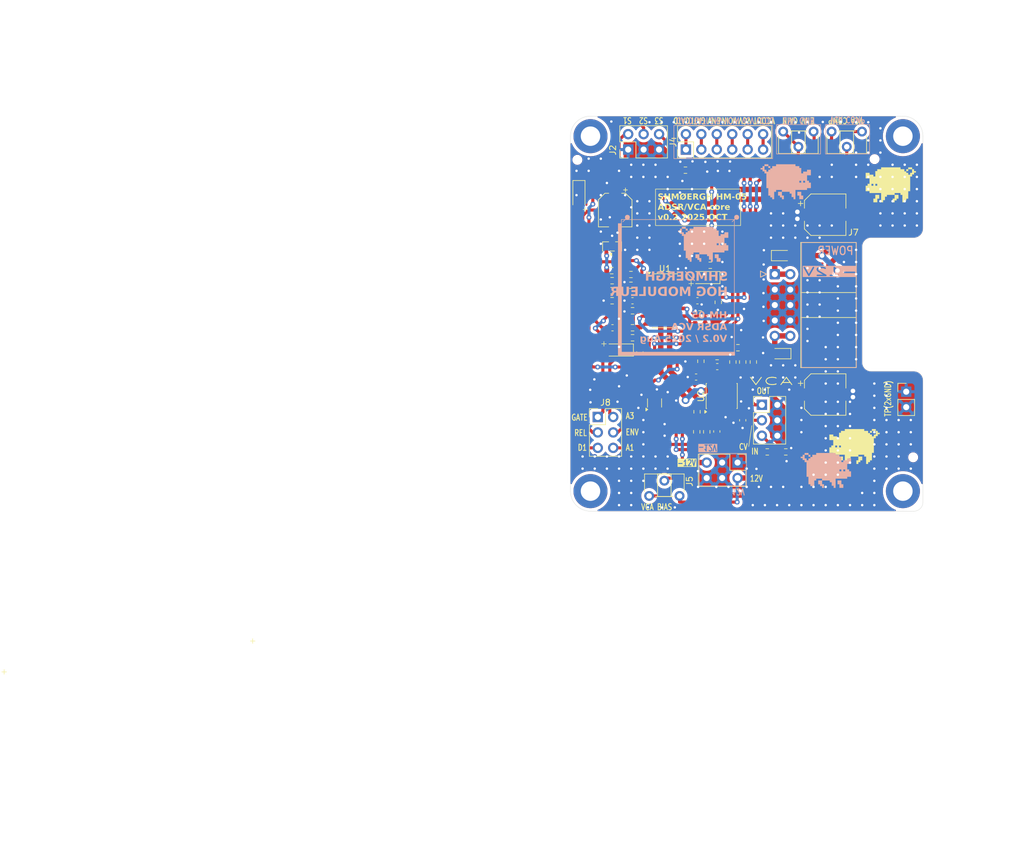
<source format=kicad_pcb>
(kicad_pcb (version 20241229) (generator "pcbnew") (generator_version "9.0")
  (layers (0 "F.Cu" signal) (2 "B.Cu" signal) (13 "F.Paste" user) (15 "B.Paste" user) (5 "F.SilkS" user "F.Silkscreen") (7 "B.SilkS" user "B.Silkscreen") (1 "F.Mask" user) (3 "B.Mask" user) (25 "Edge.Cuts" user))
  (net 0 "")
  (net 1 "GND")
  (net 2 "+12V")
  (net 3 "-12V")
  (net 4 "Net-(U1B-+)")
  (net 5 "Net-(C3-Pad1)")
  (net 6 "A1_D3_R3")
  (net 7 "Net-(U2B--)")
  (net 8 "Net-(C7-Pad2)")
  (net 9 "VCA_OUT")
  (net 10 "ATTACK_3")
  (net 11 "Net-(U1A--)")
  (net 12 "SUSTAIN_2")
  (net 13 "DECAY_1")
  (net 14 "Net-(D3-K)")
  (net 15 "Net-(D3-A)")
  (net 16 "Net-(D4-A)")
  (net 17 "Net-(D5-K)")
  (net 18 "SUSTAIN_3")
  (net 19 "SUSTAIN_1")
  (net 20 "VCA_IN")
  (net 21 "Net-(D1-A)")
  (net 22 "VCA_CV")
  (net 23 "GATE")
  (net 24 "RELEASE_1")
  (net 25 "ENV_OUT")
  (net 26 "Net-(Q1-B)")
  (net 27 "Net-(Q3A-E1)")
  (net 28 "Net-(Q3A-C1)")
  (net 29 "Net-(Q3B-C2)")
  (net 30 "Net-(Q3A-B1)")
  (net 31 "Net-(U1A-+)")
  (net 32 "Net-(U1B--)")
  (net 33 "Net-(U1D-+)")
  (net 34 "Net-(U2B-+)")
  (net 35 "Net-(U1D--)")
  (net 36 "Net-(R22-Pad2)")
  (net 37 "Net-(R24-Pad2)")
  (net 38 "Net-(J4-Pin_5)")
  (net 39 "Net-(J4-Pin_11)")
  (net 40 "Net-(J4-Pin_10)")
  (net 41 "Net-(J4-Pin_7)")
  (net 42 "Net-(J4-Pin_1)")
  (net 43 "Net-(J4-Pin_3)")
  (net 44 "Net-(R29-Pad1)")
  (net 45 "Net-(R10-Pad1)")
  (footprint "Diode_SMD:D_SOD-323" (layer "F.Cu") (at 158.671 66.945)
    (property "Reference" "D5")
    (property "Value" "1N5817")
  )
  (footprint "Resistor_SMD:R_0603_1608Metric" (layer "F.Cu") (at 151.559 82.10175)
    (property "Reference" "R22")
    (property "Value" "100k")
  )
  (footprint "Capacitor_SMD:C_0603_1608Metric" (layer "F.Cu") (at 152.3464 94.038 90)
    (property "Reference" "C6")
    (property "Value" "100n")
  )
  (footprint "Resistor_SMD:R_0603_1608Metric" (layer "F.Cu") (at 135.43 82.989 -90)
    (property "Reference" "R10")
    (property "Value" "10k")
  )
  (footprint "Connector_PinHeader_2.54mm:PinHeader_2x03_P2.54mm_Vertical" (layer "F.Cu") (at 155.5 91.5)
    (property "Reference" "J3")
    (property "Value" "Conn_02x03_Odd_Even")
  )
  (footprint "Capacitor_SMD:C_0603_1608Metric" (layer "F.Cu") (at 134.21 74.375 180)
    (property "Reference" "C1")
    (property "Value" "100n")
  )
  (footprint "Resistor_SMD:R_0603_1608Metric" (layer "F.Cu") (at 133.954187 70.057)
    (property "Reference" "R1")
    (property "Value" "22k")
  )
  (footprint "Diode_SMD:D_SOD-323" (layer "F.Cu") (at 158.671 83.074 180)
    (property "Reference" "D4")
    (property "Value" "1N5817")
  )
  (footprint "Connector_PinHeader_2.54mm:PinHeader_2x03_P2.54mm_Vertical" (layer "F.Cu") (at 133.5 49.5 90)
    (property "Reference" "J2")
    (property "Value" "Conn_02x03_Odd_Even")
  )
  (footprint "Potentiometer_THT:Potentiometer_ACP_CA6-H2,5_Horizontal" (layer "F.Cu") (at 164.005 46.54 -90)
    (property "Reference" "RV_OUT_GAIN1")
    (property "Value" "100k")
  )
  (footprint "Connector_PinHeader_2.54mm:PinHeader_2x06_P2.54mm_Vertical" (layer "F.Cu") (at 143 49.5 90)
    (property "Reference" "J4")
    (property "Value" "Conn_02x06_Odd_Even")
  )
  (footprint "Resistor_SMD:R_0603_1608Metric" (layer "F.Cu") (at 134.223 78.82 180)
    (property "Reference" "R7")
    (property "Value" "1M")
  )
  (footprint "Resistor_SMD:R_0603_1608Metric" (layer "F.Cu") (at 144.780157 95.943 -90)
    (property "Reference" "R29")
    (property "Value" "200k")
  )
  (footprint "MountingHole:ToolingHole_1.152mm" (layer "F.Cu") (at 125.143 51.197)
    (property "Reference" "REF**" (hide yes))
    (property "Value" "ToolingHole_1.152mm")
  )
  (footprint "Resistor_SMD:R_0603_1608Metric" (layer "F.Cu") (at 130.858 71.073 180)
    (property "Reference" "R5")
    (property "Value" "1M")
  )
  (footprint "Resistor_SMD:R_0603_1608Metric" (layer "F.Cu") (at 150.7265 84.45325 -90)
    (property "Reference" "R27")
    (property "Value" "470k")
  )
  (footprint "Resistor_SMD:R_0603_1608Metric" (layer "F.Cu") (at 145.336 76.534)
    (property "Reference" "R13")
    (property "Value" "15k")
  )
  (footprint "Package_TO_SOT_SMD:SOT-363_SC-70-6" (layer "F.Cu") (at 137.843 91.18825 90)
    (property "Reference" "Q3")
    (property "Value" "BC847BS")
  )
  (footprint "MountingHole:MountingHole_3.2mm_M3_DIN965_Pad" (layer "F.Cu") (at 178.7 105.7)
    (property "Reference" "H2")
    (property "Value" "MountingHole")
  )
  (footprint "Resistor_SMD:R_0603_1608Metric" (layer "F.Cu") (at 142.923 52.89)
    (property "Reference" "R11")
    (property "Value" "4.7k")
  )
  (footprint "Resistor_SMD:R_0603_1608Metric" (layer "F.Cu") (at 144.828 92.641 -90)
    (property "Reference" "R23")
    (property "Value" "10k")
  )
  (footprint "Resistor_SMD:R_0603_1608Metric" (layer "F.Cu") (at 134.223 76.026)
    (property "Reference" "R6")
    (property "Value" "1M")
  )
  (footprint "Resistor_SMD:R_0603_1608Metric" (layer "F.Cu") (at 148.32 74.629 90)
    (property "Reference" "R14")
    (property "Value" "47k")
  )
  (footprint "Resistor_SMD:R_0603_1608Metric" (layer "F.Cu") (at 130.858 72.724 180)
    (property "Reference" "R4")
    (property "Value" "1k")
  )
  (footprint "Resistor_SMD:R_0603_1608Metric" (layer "F.Cu") (at 130.858 74.375)
    (property "Reference" "R3")
    (property "Value" "47k")
  )
  (footprint "MountingHole:MountingHole_3.2mm_M3_DIN965_Pad" (layer "F.Cu") (at 127.3 47.3)
    (property "Reference" "H1")
    (property "Value" "MountingHole")
  )
  (footprint "Capacitor_SMD:CP_Elec_6.3x7.7" (layer "F.Cu") (at 165.91 89.805)
    (property "Reference" "C9")
    (property "Value" "100u")
  )
  (footprint "Potentiometer_THT:Potentiometer_ACP_CA6-H2,5_Horizontal" (layer "F.Cu") (at 136.954 106.484 90)
    (property "Reference" "RV_VCA_BIAS1")
    (property "Value" "100k")
  )
  (footprint "Resistor_SMD:R_0603_1608Metric" (layer "F.Cu") (at 159.433 99.245 180)
    (property "Reference" "R20")
    (property "Value" "220")
  )
  (footprint "Connector_PinHeader_2.54mm:PinHeader_2x03_P2.54mm_Vertical" (layer "F.Cu") (at 151.5 101 -90)
    (property "Reference" "J5")
    (property "Value" "Conn_02x03_Odd_Even")
  )
  (footprint "Connector_PinHeader_2.54mm:PinHeader_2x03_P2.54mm_Vertical" (layer "F.Cu") (at 128.5 93.5)
    (property "Reference" "J8")
    (property "Value" "Conn_02x03_Odd_Even")
  )
  (footprint "Shmoergh_Logo:Gyeszno" (layer "F.Cu") (at 176.705 55.303)
    (property "Reference" "G***" (hide yes))
    (property "Value" "LOGO" (hide yes))
  )
  (footprint "Diode_SMD:D_SOD-123" (layer "F.Cu") (at 132.001 82.481 180)
    (property "Reference" "D1")
    (property "Value" "1N4148")
  )
  (footprint "Connector_PinHeader_2.54mm:PinHeader_1x02_P2.54mm_Vertical" (layer "F.Cu") (at 179.245 89.339)
    (property "Reference" "J6")
    (property "Value" "Conn_01x02")
  )
  (footprint "Capacitor_SMD:CP_Elec_5x5.4" (layer "F.Cu") (at 131.366 59.452 -90)
    (property "Reference" "C4")
    (property "Value" "10u")
  )
  (footprint "Resistor_SMD:R_0603_1608Metric" (layer "F.Cu") (at 134.223 80.471)
    (property "Reference" "R9")
    (property "Value" "1k")
  )
  (footprint "Capacitor_SMD:C_0603_1608Metric_Pad1.08x0.95mm_HandSolder" (layer "F.Cu") (at 148.082157 95.88 90)
    (property "Reference" "C7")
    (property "Value" "47p")
  )
  (footprint "Diode_SMD:D_SOD-123" (layer "F.Cu") (at 146.246081 70.565 180)
    (property "Reference" "D3")
    (property "Value" "1N4148")
  )
  (footprint "Package_TO_SOT_SMD:SOT-23" (layer "F.Cu") (at 130.855 65.4365 90)
    (property "Reference" "Q1")
    (property "Value" "BC857")
  )
  (footprint "Capacitor_SMD:C_0603_1608Metric" (layer "F.Cu") (at 144.6756 86.926 180)
    (property "Reference" "C5")
    (property "Value" "100n")
  )
  (footprint "Diode_SMD:D_SOD-123" (layer "F.Cu") (at 125.397 56.954 -90)
    (property "Reference" "D2")
    (property "Value" "1N4148")
  )
  (footprint "MountingHole:MountingHole_3.2mm_M3_DIN965_Pad" (layer "F.Cu") (at 178.7 47.3)
    (property "Reference" "H4")
    (property "Value" "MountingHole")
  )
  (footprint "MountingHole:ToolingHole_1.152mm" (layer "F.Cu") (at 174.038 51.07)
    (property "Reference" "REF**" (hide yes))
    (property "Value" "ToolingHole_1.152mm")
  )
  (footprint "Resistor_SMD:R_0603_1608Metric" (layer "F.Cu") (at 152.3475 84.45325 -90)
    (property "Reference" "R26")
    (property "Value" "10k")
  )
  (footprint "Connector_IDC:IDC-Header_2x05_P2.54mm_Horizontal" (layer "F.Cu") (at 157.6245 70)
    (property "Reference" "J7")
    (property "Value" "Conn_02x05_Odd_Even")
  )
  (footprint "Shmoergh_Logo:Gyeszno" (layer "F.Cu") (at 170.736 98.356)
    (property "Reference" "G***" (hide yes))
    (property "Value" "LOGO" (hide yes))
  )
  (footprint "Capacitor_SMD:C_0603_1608Metric_Pad1.08x0.95mm_HandSolder" (layer "F.Cu") (at 148.1565 85.21525 180)
    (property "Reference" "C8")
    (property "Value" "47p")
  )
  (footprint "Package_SO:SOIC-8_3.9x4.9mm_P1.27mm" (layer "F.Cu") (at 148.892 90.04125 90)
    (property "Reference" "U2")
    (property "Value" "TL072")
  )
  (footprint "Resistor_SMD:R_0603_1608Metric" (layer "F.Cu") (at 154.099 84.45075 90)
    (property "Reference" "R24")
    (property "Value" "100k")
  )
  (footprint "Capacitor_SMD:C_0603_1608Metric" (layer "F.Cu") (at 130.921 78.82)
    (property "Reference" "C3")
    (property "Value" "10n")
  )
  (footprint "Resistor_SMD:R_0603_1608Metric" (layer "F.Cu") (at 145.463 84.32625 90)
    (property "Reference" "R25")
    (property "Value" "10k")
  )
  (footprint "Resistor_SMD:R_0603_1608Metric" (layer "F.Cu") (at 130.794 69.422)
    (property "Reference" "R8")
    (property "Value" "100k")
  )
  (footprint "MountingHole:MountingHole_3.2mm_M3_DIN965_Pad" (layer "F.Cu") (at 127.3 105.7)
    (property "Reference" "H3")
    (property "Value" "MountingHole")
  )
  (footprint "Resistor_SMD:R_0603_1608Metric" (layer "F.Cu") (at 146.431157 95.943 90)
    (property "Reference" "R21")
    (property "Value" "33k")
  )
  (footprint "Package_SO:SOIC-14_3.9x8.7mm_P1.27mm" (layer "F.Cu") (at 139.557 74.375)
    (property "Reference" "U1")
    (property "Value" "LM324")
  )
  (footprint "Resistor_SMD:R_0603_1608Metric" (layer "F.Cu") (at 148.13 83.56425 180)
    (property "Reference" "R28")
    (property "Value" "470k")
  )
  (footprint "MountingHole:ToolingHole_1.152mm" (layer "F.Cu") (at 180.388 100.134)
    (property "Reference" "REF**" (hide yes))
    (property "Value" "ToolingHole_1.152mm")
  )
  (footprint "Resistor_SMD:R_0603_1608Metric" (layer "F.Cu") (at 156.385 99.245 180)
    (property "Reference" "R18")
    (property "Value" "100k")
  )
  (footprint "Resistor_SMD:R_0603_1608Metric" (layer "F.Cu") (at 133.954187 71.835)
    (property "Reference" "R2")
    (property "Value" "1k")
  )
  (footprint "Capacitor_SMD:CP_Elec_6.3x7.7" (layer "F.Cu") (at 165.91 60.214)
    (property "Reference" "C10")
    (property "Value" "100u")
  )
  (footprint "Potentiometer_THT:Potentiometer_ACP_CA6-H2,5_Horizontal" (layer "F.Cu") (at 171.966 46.54 -90)
    (property "Reference" "RV_COMP1")
    (property "Value" "10k")
  )
  (footprint "Resistor_SMD:R_0603_1608Metric" (layer "F.Cu") (at 145.336 78.185 180)
    (property "Reference" "R12")
    (property "Value" "10k")
  )
  (footprint "Capacitor_SMD:C_0603_1608Metric" (layer "F.Cu") (at 144.891 74.375 180)
    (property "Reference" "C2")
    (property "Value" "100n")
  )
  (footprint "Resistor_SMD:R_0603_1608Metric" (layer "F.Cu") (at 147.008081 68.533)
    (property "Reference" "R17")
    (property "Value" "1k")
  )
  (footprint "Shmoergh_Logo:Gyeszno" (layer "B.Cu") (at 159.433 54.795 180)
    (property "Reference" "G***" (hide yes))
    (property "Value" "LOGO" (hide yes))
  )
  (footprint "Shmoergh_Logo:Gyeszno" (layer "B.Cu") (at 166.037 102.293 180)
    (property "Reference" "G***" (hide yes))
    (property "Value" "LOGO" (hide yes))
  )
  (footprint "Shmoergh_Logo:Gyeszno" (layer "B.Cu") (at 145.844 65.082 180)
    (property "Reference" "G***" (hide yes))
    (property "Value" "LOGO" (hide yes))
  )
  (gr_line (start 153.337 98.356) (end 153.845 94.927) (stroke (width 0.1)) (layer "F.SilkS"))
  (gr_rect (start 138 56) (end 152 62) (stroke (width 0.1)) (fill no) (layer "F.SilkS"))
  (gr_rect (start 145.209 99.499) (end 152.956 104.833) (stroke (width 0.1)) (fill no) (layer "B.SilkS"))
  (gr_rect (start 162.0365 64.786) (end 171.0535 85.36) (stroke (width 0.1)) (fill no) (layer "B.SilkS"))
  (gr_line (start 155.242 70.501) (end 155.242 69.485) (stroke (width 0.1)) (layer "B.SilkS"))
  (gr_line (start 150.594 61.393) (end 151.344 60.643) (stroke (width 0.1)) (layer "B.SilkS"))
  (gr_line (start 150.969 82.82775) (end 132.382 82.82775) (stroke (width 0.1)) (layer "B.SilkS"))
  (gr_line (start 156.258 69.993) (end 155.242 70.501) (stroke (width 0.1)) (layer "B.SilkS"))
  (gr_circle (center 133.372 60.643) (end 133.122 60.393) (stroke (width 0.1)) (fill yes) (layer "B.SilkS"))
  (gr_rect (start 165.9735 45.397) (end 173.2125 50.223) (stroke (width 0.1)) (fill no) (layer "B.SilkS"))
  (gr_rect (start 131.874 61.680125) (end 132.374 82.879125) (stroke (width 0.1)) (fill yes) (layer "B.SilkS"))
  (gr_circle (center 151.344 60.643) (end 151.094 60.393) (stroke (width 0.1)) (fill yes) (layer "B.SilkS"))
  (gr_line (start 150.969 61.018) (end 150.969 82.82775) (stroke (width 0.1)) (layer "B.SilkS"))
  (gr_line (start 150.969 61.018) (end 132.382 61.018) (stroke (width 0.1)) (layer "B.SilkS"))
  (gr_rect (start 141.018 45.524) (end 157.274 50.985) (stroke (width 0.1)) (fill no) (layer "B.SilkS"))
  (gr_line (start 155.242 69.485) (end 156.258 69.993) (stroke (width 0.1)) (layer "B.SilkS"))
  (gr_rect (start 157.909 45.397) (end 165.148 50.223) (stroke (width 0.1)) (fill no) (layer "B.SilkS"))
  (gr_line (start 132.622 61.393) (end 133.372 60.643) (stroke (width 0.1)) (layer "B.SilkS"))
  (gr_rect (start 131.874 82.879125) (end 151.013 83.352875) (stroke (width 0.1)) (fill yes) (layer "B.SilkS"))
  (gr_line (start 132.382 82.862) (end 132.382 61.018) (stroke (width 0.1)) (layer "B.SilkS"))
  (gr_line (start 173.5 64) (end 180.5 64) (stroke (width 0.05)) (layer "Edge.Cuts"))
  (gr_line (start 127.3 44) (end 178.7 44) (stroke (width 0.05)) (layer "Edge.Cuts"))
  (gr_arc (start 178.7 44) (mid 181.033452 44.966548) (end 182 47.3) (stroke (width 0.05)) (layer "Edge.Cuts"))
  (gr_arc (start 172 65.5) (mid 172.43934 64.43934) (end 173.5 64) (stroke (width 0.05)) (layer "Edge.Cuts"))
  (gr_line (start 172 84.5) (end 172 65.5) (stroke (width 0.05)) (layer "Edge.Cuts"))
  (gr_line (start 180.5 86) (end 173.5 86) (stroke (width 0.05)) (layer "Edge.Cuts"))
  (gr_arc (start 127.3 109) (mid 124.966548 108.033452) (end 124 105.7) (stroke (width 0.05)) (layer "Edge.Cuts"))
  (gr_line (start 180.5 109) (end 127.3 109) (stroke (width 0.05)) (layer "Edge.Cuts"))
  (gr_arc (start 124 47.3) (mid 124.966548 44.966548) (end 127.3 44) (stroke (width 0.05)) (layer "Edge.Cuts"))
  (gr_arc (start 182 107.5) (mid 181.56066 108.56066) (end 180.5 109) (stroke (width 0.05)) (layer "Edge.Cuts"))
  (gr_line (start 124 47.3) (end 124 105.7) (stroke (width 0.05)) (layer "Edge.Cuts"))
  (gr_arc (start 180.5 86) (mid 181.56066 86.43934) (end 182 87.5) (stroke (width 0.05)) (layer "Edge.Cuts"))
  (gr_arc (start 173.5 86) (mid 172.43934 85.56066) (end 172 84.5) (stroke (width 0.05)) (layer "Edge.Cuts"))
  (gr_line (start 182 87.5) (end 182 107.5) (stroke (width 0.05)) (layer "Edge.Cuts"))
  (gr_arc (start 182 62.5) (mid 181.56066 63.56066) (end 180.5 64) (stroke (width 0.05)) (layer "Edge.Cuts"))
  (gr_line (start 182 47.3) (end 182 62.5) (stroke (width 0.05)) (layer "Edge.Cuts"))
  (gr_text "+" (at 30.147 135.948 0) (layer "F.SilkS") (effects (font (size 1 1) (thickness 0.1)) (justify left bottom)))
  (gr_text "+" (at 125.778 59.875 0) (layer "F.SilkS") (effects (font (size 1 1) (thickness 0.1)) (justify left bottom)))
  (gr_text "VCA BIAS" (at 135.557 108.897 0) (layer "F.SilkS") (effects (font (size 1 0.75) (thickness 0.15) (bold yes)) (justify left bottom)))
  (gr_text "SHMØERGH HM-05 \nADSR/VCA core\nv0.2 2025.OCT" (at 138.351 61.272 0) (layer "F.SilkS") (effects (font (size 1 1) (thickness 0.2) (bold yes)) (justify left bottom)))
  (gr_text "VCOUT" (at 155.877 44.127 180) (layer "F.SilkS") (effects (font (size 1 0.75) (thickness 0.17) (bold yes)) (justify bottom)))
  (gr_text "S2" (at 136.827 44.127 180) (layer "F.SilkS") (effects (font (size 1 0.75) (thickness 0.15) (bold yes)) (justify left bottom)))
  (gr_text "S3" (at 139.367 44.127 180) (layer "F.SilkS") (effects (font (size 1 0.75) (thickness 0.15) (bold yes)) (justify left bottom)))
  (gr_text "VCIN" (at 150.162 44.127 180) (layer "F.SilkS") (effects (font (size 1 0.75) (thickness 0.17) (bold yes)) (justify bottom)))
  (gr_text "ENV" (at 147.622 44.127 180) (layer "F.SilkS") (effects (font (size 1 0.75) (thickness 0.17) (bold yes)) (justify bottom)))
  (gr_text "CV" (at 152.448 98.991 0) (layer "F.SilkS") (effects (font (size 1 0.75) (thickness 0.15) (bold yes)) (justify bottom)))
  (gr_text "ENV GAIN" (at 161.465 44.127 180) (layer "F.SilkS") (effects (font (size 1 0.75) (thickness 0.15) (bold yes)) (justify bottom)))
  (gr_text "TP(2xGND)" (at 176.832 93.53 90) (layer "F.SilkS") (effects (font (size 1 0.75) (thickness 0.15) (bold yes)) (justify left bottom)))
  (gr_text "+" (at 128.826 81.973 0) (layer "F.SilkS") (effects (font (size 1 1) (thickness 0.1)) (justify left bottom)))
  (gr_text "12V" (at 153.464 104.198 0) (layer "F.SilkS") (effects (font (size 1 0.75) (thickness 0.15) (bold yes)) (justify left bottom)))
  (gr_text "+" (at 71.041 130.868 0) (layer "F.SilkS") (effects (font (size 1 1) (thickness 0.1)) (justify left bottom)))
  (gr_text "OUT" (at 155.75 89.805 0) (layer "F.SilkS") (effects (font (size 1 0.75) (thickness 0.15) (bold yes)) (justify bottom)))
  (gr_text "A3" (at 133.017 93.911 0) (layer "F.SilkS") (effects (font (size 1 0.75) (thickness 0.15) (bold yes)) (justify left bottom)))
  (gr_text "+" (at 143.177 72.067 0) (layer "F.SilkS") (effects (font (size 1 1) (thickness 0.1)) (justify left bottom)))
  (gr_text "VCA COMP" (at 172.26 44.127 180) (layer "F.SilkS") (effects (font (size 1 0.75) (thickness 0.15) (bold yes)) (justify left bottom)))
  (gr_text "GATI" (at 145.082 44.127 180) (layer "F.SilkS") (effects (font (size 1 0.75) (thickness 0.17) (bold yes)) (justify bottom)))
  (gr_text "A1" (at 133.017 99.118 0) (layer "F.SilkS") (effects (font (size 1 0.75) (thickness 0.15) (bold yes)) (justify left bottom)))
  (gr_text "VCV" (at 152.702 44.127 180) (layer "F.SilkS") (effects (font (size 1 0.75) (thickness 0.17) (bold yes)) (justify bottom)))
  (gr_text "VCA" (at 157.02 88.323 0) (layer "F.SilkS") (effects (font (size 1.2 2.7) (thickness 0.15) (bold yes)) (justify bottom)))
  (gr_text "-12V" (at 141.526 101.658 0) (layer "F.SilkS" knockout) (effects (font (size 1 0.75) (thickness 0.15) (bold yes)) (justify left bottom)))
  (gr_text "S1" (at 134.16 44.127 180) (layer "F.SilkS") (effects (font (size 1 0.75) (thickness 0.15) (bold yes)) (justify left bottom)))
  (gr_text "IN" (at 154.353 99.753 0) (layer "F.SilkS") (effects (font (size 1 0.75) (thickness 0.15) (bold yes)) (justify bottom)))
  (gr_text "REL" (at 126.794 96.705 0) (layer "F.SilkS") (effects (font (size 1 0.75) (thickness 0.15) (bold yes)) (justify right bottom)))
  (gr_text "GATD" (at 142.288 44.127 180) (layer "F.SilkS") (effects (font (size 1 0.75) (thickness 0.17) (bold yes)) (justify bottom)))
  (gr_text "ENV" (at 133.017 96.578 0) (layer "F.SilkS") (effects (font (size 1 0.75) (thickness 0.15) (bold yes)) (justify left bottom)))
  (gr_text "D1" (at 126.794 99.118 0) (layer "F.SilkS") (effects (font (size 1 0.75) (thickness 0.15) (bold yes)) (justify right bottom)))
  (gr_text "GATE" (at 126.921 94.165 0) (layer "F.SilkS") (effects (font (size 1 0.75) (thickness 0.15) (bold yes)) (justify right bottom)))
  (gr_text "VCOU" (at 156.004 44.127 180) (layer "B.SilkS") (effects (font (size 1 0.75) (thickness 0.15) (bold yes)) (justify bottom mirror)))
  (gr_text "ENV GAIN" (at 161.592 44.127 180) (layer "B.SilkS") (effects (font (size 1 0.75) (thickness 0.15) (bold yes)) (justify bottom mirror)))
  (gr_text "SHMØERGH \nHOG MODULEUR" (at 149.908 73.845 0) (layer "B.SilkS") (effects (font (size 1.5 1.5) (thickness 0.28) (bold yes)) (justify left bottom mirror)))
  (gr_text "ENV" (at 148.003 44.127 180) (layer "B.SilkS") (effects (font (size 1 0.75) (thickness 0.15) (bold yes)) (justify bottom mirror)))
  (gr_text "VCV" (at 153.21 44.127 180) (layer "B.SilkS") (effects (font (size 1 0.75) (thickness 0.15) (bold yes)) (justify bottom mirror)))
  (gr_text "VCA COMP" (at 169.593 44 180) (layer "B.SilkS") (effects (font (size 1 0.75) (thickness 0.15) (bold yes)) (justify bottom mirror)))
  (gr_text "VCIN" (at 150.543 44.127 180) (layer "B.SilkS") (effects (font (size 1 0.75) (thickness 0.15) (bold yes)) (justify bottom mirror)))
  (gr_text "-12V" (at 146.5425 97.975 180) (layer "B.SilkS" knockout) (effects (font (size 1 0.75) (thickness 0.15) (bold yes)) (justify bottom mirror)))
  (gr_text "GATI" (at 145.463 44.127 180) (layer "B.SilkS") (effects (font (size 1 0.75) (thickness 0.15) (bold yes)) (justify bottom mirror)))
  (gr_text "12V" (at 151.6225 105.214 180) (layer "B.SilkS") (effects (font (size 1 0.75) (thickness 0.15) (bold yes)) (justify bottom mirror)))
  (gr_text "HM-05\nADSR VCA\nV0.2 / 2025 Aug" (at 149.781 81.338 0) (layer "B.SilkS") (effects (font (size 1.15 1.15) (thickness 0.2) (bold yes)) (justify left bottom mirror)))
  (gr_text "GATD" (at 142.796 44.127 180) (layer "B.SilkS") (effects (font (size 1 0.75) (thickness 0.15) (bold yes)) (justify bottom mirror)))
  (gr_text "-12V" (at 171.4345 70.374 0) (layer "B.SilkS" knockout) (effects (font (size 1.3 2.25) (thickness 0.25) (bold yes)) (justify left bottom mirror)))
  (gr_text "POWER" (at 170.6725 66.945 0) (layer "B.SilkS") (effects (font (size 1.35 1.15) (thickness 0.2) (bold yes)) (justify left bottom mirror)))
  (segment (start 137.843 89.34325) (end 137.843 90.23825) (width 0.381) (layer "F.Cu") (net 1))
  (segment (start 136.112 49) (end 136.04 49) (width 0.508) (layer "F.Cu") (net 1))
  (segment (start 138.16175 89.0245) (end 137.843 89.34325) (width 0.381) (layer "F.Cu") (net 1))
  (via (at 129 65) (size 0.8) (drill 0.4) (layers "F.Cu" "B.Cu") (net 1))
  (via (at 132.89 76.131) (size 0.8) (drill 0.4) (layers "F.Cu" "B.Cu") (net 1))
  (via (at 173 54) (size 0.8) (drill 0.4) (layers "F.Cu" "B.Cu") (net 1))
  (via (at 175 46) (size 0.8) (drill 0.4) (layers "F.Cu" "B.Cu") (net 1))
  (via (at 142 63) (size 0.8) (drill 0.4) (layers "F.Cu" "B.Cu") (net 1))
  (via (at 171 80) (size 0.8) (drill 0.4) (layers "F.Cu" "B.Cu") (net 1))
  (via (at 156 108) (size 0.8) (drill 0.4) (layers "F.Cu" "B.Cu") (net 1))
  (via (at 178 98) (size 0.8) (drill 0.4) (layers "F.Cu" "B.Cu") (net 1))
  (via (at 171 76) (size 0.8) (drill 0.4) (layers "F.Cu" "B.Cu") (net 1))
  (via (at 168 84) (size 0.8) (drill 0.4) (layers "F.Cu" "B.Cu") (net 1))
  (via (at 138 54) (size 0.8) (drill 0.4) (layers "F.Cu" "B.Cu") (net 1))
  (via (at 139.494 94.673) (size 0.8) (drill 0.4) (layers "F.Cu" "B.Cu") (net 1))
  (via (at 174 104) (size 0.8) (drill 0.4) (layers "F.Cu" "B.Cu") (net 1))
  (via (at 174 90) (size 0.8) (drill 0.4) (layers "F.Cu" "B.Cu") (net 1))
  (via (at 159 62) (size 0.8) (drill 0.4) (layers "F.Cu" "B.Cu") (net 1))
  (via (at 177 60) (size 0.8) (drill 0.4) (layers "F.Cu" "B.Cu") (net 1))
  (via (at 171 82) (size 0.8) (drill 0.4) (layers "F.Cu" "B.Cu") (net 1))
  (via (at 177 62) (size 0.8) (drill 0.4) (layers "F.Cu" "B.Cu") (net 1))
  (via (at 150.289 83.243) (size 0.8) (drill 0.4) (layers "F.Cu" "B.Cu") (net 1))
  (via (at 172 108) (size 0.8) (drill 0.4) (layers "F.Cu" "B.Cu") (net 1))
  (via (at 160 89) (size 0.8) (drill 0.4) (layers "F.Cu" "B.Cu") (net 1))
  (via (at 160 108) (size 0.8) (drill 0.4) (layers "F.Cu" "B.Cu") (net 1))
  (via (at 138 100) (size 0.8) (drill 0.4) (layers "F.Cu" "B.Cu") (net 1))
  (via (at 176 90) (size 0.8) (drill 0.4) (layers "F.Cu" "B.Cu") (net 1))
  (via (at 161 85) (size 0.8) (drill 0.4) (layers "F.Cu" "B.Cu") (net 1))
  (via (at 128 100) (size 0.8) (drill 0.4) (layers "F.Cu" "B.Cu") (net 1))
  (via (at 161.338 59.748) (size 1.27) (drill 0.75) (layers "F.Cu" "B.Cu") (net 1))
  (via (at 136 102) (size 0.8) (drill 0.4) (layers "F.Cu" "B.Cu") (net 1))
  (via (at 165 64) (size 0.8) (drill 0.4) (layers "F.Cu" "B.Cu") (net 1))
  (via (at 164 108) (size 0.8) (drill 0.4) (layers "F.Cu" "B.Cu") (net 1))
  (via (at 145 45) (size 0.8) (drill 0.4) (layers "F.Cu" "B.Cu") (net 1))
  (via (at 136 52) (size 0.8) (drill 0.4) (layers "F.Cu" "B.Cu") (net 1))
  (via (at 134 106) (size 0.8) (drill 0.4) (layers "F.Cu" "B.Cu") (net 1))
  (via (at 147.187916 71.661237) (size 0.8) (drill 0.4) (layers "F.Cu" "B.Cu") (net 1))
  (via (at 180 94) (size 0.8) (drill 0.4) (layers "F.Cu" "B.Cu") (net 1))
  (via (at 162 94) (size 0.8) (drill 0.4) (layers "F.Cu" "B.Cu") (net 1))
  (via (at 178 94) (size 0.8) (drill 0.4) (layers "F.Cu" "B.Cu") (net 1))
  (via (at 129 57) (size 0.8) (drill 0.4) (layers "F.Cu" "B.Cu") (net 1))
  (via (at 174 94) (size 0.8) (drill 0.4) (layers "F.Cu" "B.Cu") (net 1))
  (via (at 144.987081 102.401633) (size 0.8) (drill 0.4) (layers "F.Cu" "B.Cu") (net 1))
  (via (at 148 105) (size 0.8) (drill 0.4) (layers "F.Cu" "B.Cu") (net 1))
  (via (at 140 102) (size 0.8) (drill 0.4) (layers "F.Cu" "B.Cu") (net 1))
  (via (at 157 105) (size 0.8) (drill 0.4) (layers "F.Cu" "B.Cu") (net 1))
  (via (at 129 51) (size 0.8) (drill 0.4) (layers "F.Cu" "B.Cu") (net 1))
  (via (at 157 64) (size 0.8) (drill 0.4) (layers "F.Cu" "B.Cu") (net 1))
  (via (at 179 60) (size 0.8) (drill 0.4) (layers "F.Cu" "B.Cu") (net 1))
  (via (at 155.792402 70.869081) (size 0.8) (drill 0.4) (layers "F.Cu" "B.Cu") (net 1))
  (via (at 166 105) (size 0.8) (drill 0.4) (layers "F.Cu" "B.Cu") (net 1))
  (via (at 174 92) (size 0.8) (drill 0.4) (layers "F.Cu" "B.Cu") (net 1))
  (via (at 168 80) (size 0.8) (drill 0.4) (layers "F.Cu" "B.Cu") (net 1))
  (via (at 166 93) (size 0.8) (drill 0.4) (layers "F.Cu" "B.Cu") (net 1))
  (via (at 181 60) (size 0.8) (drill 0.4) (layers "F.Cu" "B.Cu") (net 1))
  (via (at 168 74) (size 0.8) (drill 0.4) (layers "F.Cu" "B.Cu") (net 1))
  (via (at 146 70) (size 0.8) (drill 0.4) (layers "F.Cu" "B.Cu") (net 1))
  (via (at 149 63) (size 0.8) (drill 0.4) (layers "F.Cu" "B.Cu") (net 1))
  (via (at 155.827001 66.059728) (size 0.8) (drill 0.4) (layers "F.Cu" "B.Cu") (net 1))
  (via (at 145 105) (size 0.8) (drill 0.4) (layers "F.Cu" "B.Cu") (net 1))
  (via (at 137 45) (size 0.8) (drill 0.4) (layers "F.Cu" "B.Cu") (net 1))
  (via (at 142.415 54.668) (size 0.8) (drill 0.4) (layers "F.Cu" "B.Cu") (net 1))
  (via (at 181 56) (size 0.8) (drill 0.4) (layers "F.Cu" "B.Cu") (net 1))
  (via (at 140.007878 89.409509) (size 0.8) (drill 0.4) (layers "F.Cu" "B.Cu") (net 1))
  (via (at 168 99) (size 0.8) (drill 0.4) (layers "F.Cu" "B.Cu") (net 1))
  (via (at 132.89 74.353) (size 0.8) (drill 0.4) (layers "F.Cu" "B.Cu") (net 1))
  (via (at 139 45) (size 0.8) (drill 0.4) (layers "F.Cu" "B.Cu") (net 1))
  (via (at 131.747 90.99) (size 0.8) (drill 0.4) (layers "F.Cu" "B.Cu") (net 1))
  (via (at 167 62) (size 0.8) (drill 0.4) (layers "F.Cu" "B.Cu") (net 1))
  (via (at 165 54) (size 0.8) (drill 0.4) (layers "F.Cu" "B.Cu") (net 1))
  (via (at 159 87) (size 0.8) (drill 0.4) (layers "F.Cu" "B.Cu") (net 1))
  (via (at 170 101) (size 0.8) (drill 0.4) (layers "F.Cu" "B.Cu") (net 1))
  (via (at 168 103) (size 0.8) (drill 0.4) (layers "F.Cu" "B.Cu") (net 1))
  (via (at 180 96) (size 0.8) (drill 0.4) (layers "F.Cu" "B.Cu") (net 1))
  (via (at 166 84) (size 0.8) (drill 0.4) (layers "F.Cu" "B.Cu") (net 1))
  (via (at 173 45) (size 0.8) (drill 0.4) (layers "F.Cu" "B.Cu") (net 1))
  (via (at 140 56) (size 0.8) (drill 0.4) (layers "F.Cu" "B.Cu") (net 1))
  (via (at 176 96) (size 0.8) (drill 0.4) (layers "F.Cu" "B.Cu") (net 1))
  (via (at 154 89) (size 0.8) (drill 0.4) (layers "F.Cu" "B.Cu") (net 1))
  (via (at 152 87) (size 0.8) (drill 0.4) (layers "F.Cu" "B.Cu") (net 1))
  (via (at 149 65) (size 0.8) (drill 0.4) (layers "F.Cu" "B.Cu") (net 1))
  (via (at 135.176 92.006) (size 0.8) (drill 0.4) (layers "F.Cu" "B.Cu") (net 1))
  (via (at 142.034 56.573) (size 0.8) (drill 0.4) (layers "F.Cu" "B.Cu") (net 1))
  (via (at 166 82) (size 0.8) (drill 0.4) (layers "F.Cu" "B.Cu") (net 1))
  (via (at 141.704739 69.138403) (size 0.8) (drill 0.4) (layers "F.Cu" "B.Cu") (net 1))
  (via (at 179 58) (size 0.8) (drill 0.4) (layers "F.Cu" "B.Cu") (net 1))
  (via (at 168 108) (size 0.8) (drill 0.4) (layers "F.Cu" "B.Cu") (net 1))
  (via (at 171 45) (size 0.8) (drill 0.4) (layers "F.Cu" "B.Cu") (net 1))
  (via (at 173 56) (size 0.8) (drill 0.4) (layers "F.Cu" "B.Cu") (net 1))
  (via (at 134 102) (size 0.8) (drill 0.4) (layers "F.Cu" "B.Cu") (net 1))
  (via (at 161.611272 46.694497) (size 0.8) (drill 0.4) (layers "F.Cu" "B.Cu") (net 1))
  (via (at 155.757802 73.118058) (size 0.8) (drill 0.4) (layers "F.Cu" "B.Cu") (net 1))
  (via (at 154.607 102.039) (size 0.8) (drill 0.4) (layers "F.Cu" "B.Cu") (net 1))
  (via (at 159.56 100.769) (size 0.8) (drill 0.4) (layers "F.Cu" "B.Cu") (net 1))
  (via (at 163 71) (size 0.8) (drill 0.4) (layers "F.Cu" "B.Cu") (net 1))
  (via (at 176 100) (size 0.8) (drill 0.4) (layers "F.Cu" "B.Cu") (net 1))
  (via (at 163 81) (size 0.8) (drill 0.4) (layers "F.Cu" "B.Cu") (net 1))
  (via (at 153 102) (size 0.8) (drill 0.4) (layers "F.Cu" "B.Cu") (net 1))
  (via (at 157 60) (size 0.8) (drill 0.4) (layers "F.Cu" "B.Cu") (net 1))
  (via (at 165 73) (size 0.8) (drill 0.4) (layers "F.Cu" "B.Cu") (net 1))
  (via (at 177 58) (size 0.8) (drill 0.4) (layers "F.Cu" "B.Cu") (net 1))
  (via (at 176 88) (size 0.8) (drill 0.4) (layers "F.Cu" "B.Cu") (net 1))
  (via (at 129.461 74.353) (size 0.8) (drill 0.4) (layers "F.Cu" "B.Cu") (net 1))
  (via (at 163 69) (size 0.8) (drill 0.4) (layers "F.Cu" "B.Cu") (net 1))
  (via (at 163 77) (size 0.8) (drill 0.4) (layers "F.Cu" "B.Cu") (net 1))
  (via (at 174 98) (size 0.8) (drill 0.4) (layers "F.Cu" "B.Cu") (net 1))
  (via (at 144 65) (size 0.8) (drill 0.4) (layers "F.Cu" "B.Cu") (net 1))
  (via (at 163 79) (size 0.8) (drill 0.4) (layers "F.Cu" "B.Cu") (net 1))
  (via (at 130.477 60.637) (size 0.8) (drill 0.4) (layers "F.Cu" "B.Cu") (net 1))
  (via (at 144 63) (size 0.8) (drill 0.4) (layers "F.Cu" "B.Cu") (net 1))
  (via (at 170 99) (size 0.8) (drill 0.4) (layers "F.Cu" "B.Cu") (net 1))
  (via (at 153 105) (size 0.8) (drill 0.4) (layers "F.Cu" "B.Cu") (net 1))
  (via (at 132.89 71.305) (size 0.8) (drill 0.4) (layers "F.Cu" "B.Cu") (net 1))
  (via (at 126 100) (size 0.8) (drill 0.4) (layers "F.Cu" "B.Cu") (net 1))
  (via (at 158 108) (size 0.8) (drill 0.4) (layers "F.Cu" "B.Cu") (net 1))
  (via (at 130.858 63.685) (size 0.8) (drill 0.4) (layers "F.Cu" "B.Cu") (net 1))
  (via (at 127.251804 89.029363) (size 0.8) (drill 0.4) (layers "F.Cu" "B.Cu") (net 1))
  (via (at 144 56) (size 0.8) (drill 0.4) (layers "F.Cu" "B.Cu") (net 1))
  (via (at 171 68) (size 0.8) (drill 0.4) (layers "F.Cu" "B.Cu") (net 1))
  (via (at 162 96) (size 0.8) (drill 0.4) (layers "F.Cu" "B.Cu") (net 1))
  (via (at 138 52) (size 0.8) (drill 0.4) (layers "F.Cu" "B.Cu") (net 1))
  (via (at 171 70) (size 0.8) (drill 0.4) (layers "F.Cu" "B.Cu") (net 1))
  (via (at 132 53) (size 0.8) (drill 0.4) (layers "F.Cu" "B.Cu") (net 1))
  (via (at 180 102) (size 0.8) (drill 0.4) (layers "F.Cu" "B.Cu") (net 1))
  (via (at 169 68) (size 0.8) (drill 0.4) (layers "F.Cu" "B.Cu") (net 1))
  (via (at 161.338 60.891) (size 1.27) (drill 0.75) (layers "F.Cu" "B.Cu") (net 1))
  (via (at 168 93) (size 0.8) (drill 0.4) (layers "F.Cu" "B.Cu") (net 1))
  (via (at 132 106) (size 0.8) (drill 0.4) (layers "F.Cu" "B.Cu") (net 1))
  (via (at 162 108) (size 0.8) (drill 0.4) (layers "F.Cu" "B.Cu") (net 1))
  (via (at 176 102) (size 0.8) (drill 0.4) (layers "F.Cu" "B.Cu") (net 1))
  (via (at 168 72) (size 0.8) (drill 0.4) (layers "F.Cu" "B.Cu") (net 1))
  (via (at 132.001 81.973) (size 0.8) (drill 0.4) (layers "F.Cu" "B.Cu") (net 1))
  (via (at 166 99) (size 0.8) (drill 0.4) (layers "F.Cu" "B.Cu") (net 1))
  (via (at 127.303149 91.083169) (size 0.8) (drill 0.4) (layers "F.Cu" "B.Cu") (net 1))
  (via (at 157 45) (size 0.8) (drill 0.4) (layers "F.Cu" "B.Cu") (net 1))
  (via (at 154 108) (size 0.8) (drill 0.4) (layers "F.Cu" "B.Cu") (net 1))
  (via (at 162 92) (size 0.8) (drill 0.4) (layers "F.Cu" "B.Cu") (net 1))
  (via (at 155.792402 77.685213) (size 0.8) (drill 0.4) (layers "F.Cu" "B.Cu") (net 1))
  (via (at 135 62) (size 0.8) (drill 0.4) (layers "F.Cu" "B.Cu") (net 1))
  (via (at 159 85) (size 0.8) (drill 0.4) (layers "F.Cu" "B.Cu") (net 1))
  (via (at 173 52) (size 0.8) (drill 0.4) (layers "F.Cu" "B.Cu") (net 1))
  (via (at 137 66) (size 0.8) (drill 0.4) (layers "F.Cu" "B.Cu") (net 1))
  (via (at 174 96) (size 0.8) (drill 0.4) (layers "F.Cu" "B.Cu") (net 1))
  (via (at 134 108) (size 0.8) (drill 0.4) (layers "F.Cu" "B.Cu") (net 1))
  (via (at 138 102) (size 0.8) (drill 0.4) (layers "F.Cu" "B.Cu") (net 1))
  (via (at 153 45) (size 0.8) (drill 0.4) (layers "F.Cu" "B.Cu") (net 1))
  (via (at 162 105) (size 0.8) (drill 0.4) (layers "F.Cu" "B.Cu") (net 1))
  (via (at 150.533889 80.344516) (size 0.8) (drill 0.4) (layers "F.Cu" "B.Cu") (net 1))
  (via (at 133 57) (size 0.8) (drill 0.4) (layers "F.Cu" "B.Cu") (net 1))
  (via (at 165 62) (size 0.8) (drill 0.4) (layers "F.Cu" "B.Cu") (net 1))
  (via (at 135 58) (size 0.8) (drill 0.4) (layers "F.Cu" "B.Cu") (net 1))
  (via (at 173 50) (size 0.8) (drill 0.4) (layers "F.Cu" "B.Cu") (net 1))
  (via (at 171 78) (size 0.8) (drill 0.4) (layers "F.Cu" "B.Cu") (net 1))
  (via (at 161 64) (size 0.8) (drill 0.4) (layers "F.Cu" "B.Cu") (net 1))
  (via (at 180 98) (size 0.8) (drill 0.4) (layers "F.Cu" "B.Cu") (net 1))
  (via (at 144 67) (size 0.8) (drill 0.4) (layers "F.Cu" "B.Cu") (net 1))
  (via (at 159 60) (size 0.8) (drill 0.4) (layers "F.Cu" "B.Cu") (net 1))
  (via (at 131.984825 77.341627) (size 0.8) (drill 0.4) (layers "F.Cu" "B.Cu") (net 1))
  (via (at 125 57) (size 0.8) (drill 0.4) (layers "F.Cu" "B.Cu") (net 1))
  (via (at 132.001 88.45) (size 0.8) (drill 0.4) (layers "F.Cu" "B.Cu") (net 1))
  (via (at 141.17929 108.374056) (size 0.8) (drill 0.4) (layers "F.Cu" "B.Cu") (net 1))
  (via (at 141.399799 90.794568) (size 0.8) (drill 0.4) (layers "F.Cu" "B.Cu") (net 1))
  (via (at 150.162 53.017) (size 0.8) (drill 0.4) (layers "F.Cu" "B.Cu") (net 1))
  (via (at 166 103) (size 0.8) (drill 0.4) (layers "F.Cu" "B.Cu") (net 1))
  (via (at 130.731 44.889) (size 0.8) (drill 0.4) (layers "F.Cu" "B.Cu") (net 1))
  (via (at 155 45) (size 0.8) (drill 0.4) (layers "F.Cu" "B.Cu") (net 1))
  (via (at 143 45) (size 0.8) (drill 0.4) (layers "F.Cu" "B.Cu") (net 1))
  (via (at 175 48) (size 0.8) (drill 0.4) (layers "F.Cu" "B.Cu") (net 1))
  (via (at 170 91) (size 0.8) (drill 0.4) (layers "F.Cu" "B.Cu") (net 1))
  (via (at 168 86) (size 0.8) (drill 0.4) (layers "F.Cu" "B.Cu") (net 1))
  (via (at 167 54) (size 0.8) (drill 0.4) (layers "F.Cu" "B.Cu") (net 1))
  (via (at 142.910531 84.360938) (size 0.8) (drill 0.4) (layers "F.Cu" "B.Cu") (net 1))
  (via (at 177 56) (size 0.8) (drill 0.4) (layers "F.Cu" "B.Cu") (net 1))
  (via (at 168 82) (size 0.8) (drill 0.4) (layers "F.Cu" "B.Cu") (net 1))
  (via (at 171 54) (size 0.8) (drill 0.4) (layers "F.Cu" "B.Cu") (net 1))
  (via (at 127 53) (size 0.8) (drill 0.4) (layers "F.Cu" "B.Cu") (net 1))
  (via (at 155.757802 75.367036) (size 0.8) (drill 0.4) (layers "F.Cu" "B.Cu") (net 1))
  (via (at 157 85) (size 0.8) (drill 0.4) (layers "F.Cu" "B.Cu") (net 1))
  (via (at 166 95) (size 0.8) (drill 0.4) (layers "F.Cu" "B.Cu") (net 1))
  (via (at 155.687558 80.407459) (size 0.8) (drill 0.4) (layers "F.Cu" "B.Cu") (net 1))
  (via (at 136 100) (size 0.8) (drill 0.4) (layers "F.Cu" "B.Cu") (net 1))
  (via (at 127 51) (size 0.8) (drill 0.4) (layers "F.Cu" "B.Cu") (net 1))
  (via (at 132 104) (size 0.8) (drill 0.4) (layers "F.Cu" "B.Cu") (net 1))
  (via (at 167 52) (size 0.8) (drill 0.4) (layers "F.Cu" "B.Cu") (net 1))
  (via (at 176 94) (size 0.8) (drill 0.4) (layers "F.Cu" "B.Cu") (net 1))
  (via (at 171 50) (size 0.8) (drill 0.4) (layers "F.Cu" "B.Cu") (net 1))
  (via (at 165 75) (size 0.8) (drill 0.4) (layers "F.Cu" "B.Cu") (net 1))
  (via (at 148.257 53.017) (size 0.8) (drill 0.4) (layers "F.Cu" "B.Cu") (net 1))
  (via (at 174 100) (size 0.8) (drill 0.4) (layers "F.Cu" "B.Cu") (net 1))
  (via (at 170 95) (size 0.8) (drill 0.4) (layers "F.Cu" "B.Cu") (net 1))
  (via (at 178 96) (size 0.8) (drill 0.4) (layers "F.Cu" "B.Cu") (net 1))
  (via (at 130 102) (size 0.8) (drill 0.4) (layers "F.Cu" "B.Cu") (net 1))
  (via (at 152.560456 75.723942) (size 0.8) (drill 0.4) (layers "F.Cu" "B.Cu") (net 1))
  (via (at 159 105) (size 0.8) (drill 0.4) (layers "F.Cu" "B.Cu") (net 1))
  (via (at 166 101) (size 0.8) (drill 0.4) (layers "F.Cu" "B.Cu") (net 1))
  (via (at 136 94) (size 0.8) (drill 0.4) (layers "F.Cu" "B.Cu") (net 1))
  (via (at 168 91) (size 0.8) (drill 0.4) (layers "F.Cu" "B.Cu") (net 1))
  (via (at 146.202638 51.52856) (size 0.8) (drill 0.4) (layers "F.Cu" "B.Cu") (net 1))
  (via (at 133 66) (size 0.8) (drill 0.4) (layers "F.Cu" "B.Cu") (net 1))
  (via (at 177 54) (size 0.8) (drill 0.4) (layers "F.Cu" "B.Cu") (net 1))
  (via (at 161 45) (size 0.8) (drill 0.4) (layers "F.Cu" "B.Cu") (net 1))
  (via (at 148.257 75.877) (size 0.8) (drill 0.4) (layers "F.Cu" "B.Cu") (net 1))
  (via (at 175 58) (size 0.8) (drill 0.4) (layers "F.Cu" "B.Cu") (net 1))
  (via (at 135 66) (size 0.8) (drill 0.4) (layers "F.Cu" "B.Cu") (net 1))
  (via (at 152.094346 79.209638) (size 0.8) (drill 0.4) (layers "F.Cu" "B.Cu") (net 1))
  (via (at 125 53) (size 0.8) (drill 0.4) (layers "F.Cu" "B.Cu") (net 1))
  (via (at 170 97) (size 0.8) (drill 0.4) (layers "F.Cu" "B.Cu") (net 1))
  (via (at 177 52) (size 0.8) (drill 0.4) (layers "F.Cu" "B.Cu") (net 1))
  (via (at 137 62) (size 0.8) (drill 0.4) (layers "F.Cu" "B.Cu") (net 1))
  (via (at 175 56) (size 0.8) (drill 0.4) (layers "F.Cu" "B.Cu") (net 1))
  (via (at 150 105) (size 0.8) (drill 0.4) (layers "F.Cu" "B.Cu") (net 1))
  (via (at 179 62) (size 0.8) (drill 0.4) (layers "F.Cu" "B.Cu") (net 1))
  (via (at 174 106) (size 0.8) (drill 0.4) (layers "F.Cu" "B.Cu") (net 1))
  (via (at 163 73) (size 0.8) (drill 0.4) (layers "F.Cu" "B.Cu") (net 1))
  (via (at 155.703729 82.978635) (size 0.8) (drill 0.4) (layers "F.Cu" "B.Cu") (net 1))
  (via (at 147 45) (size 0.8) (drill 0.4) (layers "F.Cu" "B.Cu") (net 1))
  (via (at 137 60) (size 0.8) (drill 0.4) (layers "F.Cu" "B.Cu") (net 1))
  (via (at 136 54) (size 0.8) (drill 0.4) (layers "F.Cu" "B.Cu") (net 1))
  (via (at 168 95) (size 0.8) (drill 0.4) (layers "F.Cu" "B.Cu") (net 1))
  (via (at 134 52) (size 0.8) (drill 0.4) (layers "F.Cu" "B.Cu") (net 1))
  (via (at 150.824152 94.449294) (size 0.8) (drill 0.4) (layers "F.Cu" "B.Cu") (net 1))
  (via (at 137 64) (size 0.8) (drill 0.4) (layers "F.Cu" "B.Cu") (net 1))
  (via (at 175 62) (size 0.8) (drill 0.4) (layers "F.Cu" "B.Cu") (net 1))
  (via (at 155.792402 68.412505) (size 0.8) (drill 0.4) (layers "F.Cu" "B.Cu") (net 1))
  (via (at 170 108) (size 0.8) (drill 0.4) (layers "F.Cu" "B.Cu") (net 1))
  (via (at 179 54) (size 0.8) (drill 0.4) (layers "F.Cu" "B.Cu") (net 1))
  (via (at 168.464783 44.941561) (size 0.8) (drill 0.4) (layers "F.Cu" "B.Cu") (net 1))
  (via (at 166 88) (size 0.8) (drill 0.4) (layers "F.Cu" "B.Cu") (net 1))
  (via (at 166 108) (size 0.8) (drill 0.4) (layers "F.Cu" "B.Cu") (net 1))
  (via (at 153.367829 92.06627) (size 0.8) (drill 0.4) (layers "F.Cu" "B.Cu") (net 1))
  (via (at 142 67) (size 0.8) (drill 0.4) (layers "F.Cu" "B.Cu") (net 1))
  (via (at 166 97) (size 0.8) (drill 0.4) (layers "F.Cu" "B.Cu") (net 1))
  (via (at 174 88) (size 0.8) (drill 0.4) (layers "F.Cu" "B.Cu") (net 1))
  (via (at 163 64) (size 0.8) (drill 0.4) (layers "F.Cu" "B.Cu") (net 1))
  (via (at 178 102) (size 0.8) (drill 0.4) (layers "F.Cu" "B.Cu") (net 1))
  (via (at 157 62) (size 0.8) (drill 0.4) (layers "F.Cu" "B.Cu") (net 1))
  (via (at 170.482 90.228) (size 1.27) (drill 0.75) (layers "F.Cu" "B.Cu") (net 1))
  (via (at 132 108) (size 0.8) (drill 0.4) (layers "F.Cu" "B.Cu") (net 1))
  (via (at 132 102) (size 0.8) (drill 0.4) (layers "F.Cu" "B.Cu") (net 1))
  (via (at 173 48) (size 0.8) (drill 0.4) (layers "F.Cu" "B.Cu") (net 1))
  (via (at 179 52) (size 0.8) (drill 0.4) (layers "F.Cu" "B.Cu") (net 1))
  (via (at 135.684 89.847) (size 0.8) (drill 0.4) (layers "F.Cu" "B.Cu") (net 1))
  (via (at 130 100) (size 0.8) (drill 0.4) (layers "F.Cu" "B.Cu") (net 1))
  (via (at 181 54) (size 0.8) (drill 0.4) (layers "F.Cu" "B.Cu") (net 1))
  (via (at 161 87) (size 0.8) (drill 0.4) (layers "F.Cu" "B.Cu") (net 1))
  (via (at 163 75) (size 0.8) (drill 0.4) (layers "F.Cu" "B.Cu") (net 1))
  (via (at 161 62) (size 0.8) (drill 0.4) (layers "F.Cu" "B.Cu") (net 1))
  (via (at 176 98) (size 0.8) (drill 0.4) (layers "F.Cu" "B.Cu") (net 1))
  (via (at 179 56) (size 0.8) (drill 0.4) (layers "F.Cu" "B.Cu") (net 1))
  (via (at 175 60) (size 0.8) (drill 0.4) (layers "F.Cu" "B.Cu") (net 1))
  (via (at 134 100) (size 0.8) (drill 0.4) (layers "F.Cu" "B.Cu") (net 1))
  (via (at 136 104) (size 0.8) (drill 0.4) (layers "F.Cu" "B.Cu") (net 1))
  (via (at 165 71) (size 0.8) (drill 0.4) (layers "F.Cu" "B.Cu") (net 1))
  (via (at 138.224 88.958) (size 0.8) (drill 0.4) (layers "F.Cu" "B.Cu") (net 1))
  (via (at 134 104) (size 0.8) (drill 0.4) (layers "F.Cu" "B.Cu") (net 1))
  (via (at 142 65) (size 0.8) (drill 0.4) (layers "F.Cu" "B.Cu") (net 1))
  (via (at 143 69) (size 0.8) (drill 0.4) (layers "F.Cu" "B.Cu") (net 1))
  (via (at 170.482 89.212) (size 1.27) (drill 0.75) (layers "F.Cu" "B.Cu") (net 1))
  (via (at 127.937 87.307) (size 0.8) (drill 0.4) (layers "F.Cu" "B.Cu") (net 1))
  (via (at 152.321 95.308) (size 0.8) (drill 0.4) (layers "F.Cu" "B.Cu") (net 1))
  (via (at 171 84) (size 0.8) (drill 0.4) (layers "F.Cu" "B.Cu") (net 1))
  (via (at 136 96) (size 0.8) (drill 0.4) (layers "F.Cu" "B.Cu") (net 1))
  (via (at 181 62) (size 0.8) (drill 0.4) (layers "F.Cu" "B.Cu") (net 1))
  (via (at 168 88) (size 0.8) (drill 0.4) (layers "F.Cu" "B.Cu") (net 1))
  (via (at 164 105) (size 0.8) (drill 0.4) (layers "F.Cu" "B.Cu") (net 1))
  (via (at 149.527 93.53) (size 0.8) (drill 0.4) (layers "F.Cu" "B.Cu") (net 1))
  (via (at 155 105) (size 0.8) (drill 0.4) (layers "F.Cu" "B.Cu") (net 1))
  (via (at 166 86) (size 0.8) (drill 0.4) (layers "F.Cu" "B.Cu") (net 1))
  (via (at 166 91) (size 0.8) (drill 0.4) (layers "F.Cu" "B.Cu") (net 1))
  (via (at 132 100) (size 0.8) (drill 0.4) (layers "F.Cu" "B.Cu") (net 1))
  (via (at 151 45) (size 0.8) (drill 0.4) (layers "F.Cu" "B.Cu") (net 1))
  (via (at 168 101) (size 0.8) (drill 0.4) (layers "F.Cu" "B.Cu") (net 1))
  (via (at 135 60) (size 0.8) (drill 0.4) (layers "F.Cu" "B.Cu") (net 1))
  (via (at 165 77) (size 0.8) (drill 0.4) (layers "F.Cu" "B.Cu") (net 1))
  (via (at 142.077675 51.499096) (size 0.8) (drill 0.4) (layers "F.Cu" "B.Cu") (net 1))
  (via (at 134 59) (size 0.8) (drill 0.4) (layers "F.Cu" "B.Cu") (net 1))
  (via (at 174 108) (size 0.8) (drill 0.4) (layers "F.Cu" "B.Cu") (net 1))
  (via (at 165 69) (size 0.8) (drill 0.4) (layers "F.Cu" "B.Cu") (net 1))
  (via (at 144.574 76.004) (size 0.8) (drill 0.4) (layers "F.Cu" "B.Cu") (net 1))
  (via (at 175 54) (size 0.8) (drill 0.4) (layers "F.Cu" "B.Cu") (net 1))
  (via (at 139.073263 108.394306) (size 0.8) (drill 0.4) (layers "F.Cu" "B.Cu") (net 1))
  (via (at 149 72) (size 0.8) (drill 0.4) (layers "F.Cu" "B.Cu") (net 1))
  (via (at 137 58) (size 0.8) (drill 0.4) (layers "F.Cu" "B.Cu") (net 1))
  (via (at 171 66) (size 0.8) (drill 0.4) (layers "F.Cu" "B.Cu") (net 1))
  (via (at 171 52) (size 0.8) (drill 0.4) (layers "F.Cu" "B.Cu") (net 1))
  (via (at 168 78) (size 0.8) (drill 0.4) (layers "F.Cu" "B.Cu") (net 1))
  (via (at 170 93) (size 0.8) (drill 0.4) (layers "F.Cu" "B.Cu") (net 1))
  (via (at 159 64) (size 0.8) (drill 0.4) (layers "F.Cu" "B.Cu") (net 1))
  (via (at 168 97) (size 0.8) (drill 0.4) (layers "F.Cu" "B.Cu") (net 1))
  (via (at 128 102) (size 0.8) (drill 0.4) (layers "F.Cu" "B.Cu") (net 1))
  (via (at 174 102) (size 0.8) (drill 0.4) (layers "F.Cu" "B.Cu") (net 1))
  (via (at 171 74) (size 0.8) (drill 0.4) (layers "F.Cu" "B.Cu") (net 1))
  (via (at 146.508 53.127) (size 0.8) (drill 0.4) (layers "F.Cu" "B.Cu") (net 1))
  (via (at 156 89) (size 0.8) (drill 0.4) (layers "F.Cu" "B.Cu") (net 1))
  (via (at 164 103) (size 0.8) (drill 0.4) (layers "F.Cu" "B.Cu") (net 1))
  (via (at 165.521859 44.957642) (size 0.8) (drill 0.4) (layers "F.Cu" "B.Cu") (net 1))
  (via (at 163 62) (size 0.8) (drill 0.4) (layers "F.Cu" "B.Cu") (net 1))
  (via (at 149 68) (size 0.8) (drill 0.4) (layers "F.Cu" "B.Cu") (net 1))
  (via (at 149 45) (size 0.8) (drill 0.4) (layers "F.Cu" "B.Cu") (net 1))
  (via (at 163 45) (size 0.8) (drill 0.4) (layers "F.Cu" "B.Cu") (net 1))
  (via (at 141 45) (size 0.8) (drill 0.4) (layers "F.Cu" "B.Cu") (net 1))
  (via (at 134 54) (size 0.8) (drill 0.4) (layers "F.Cu" "B.Cu") (net 1))
  (via (at 154 87) (size 0.8) (drill 0.4) (layers "F.Cu" "B.Cu") (net 1))
  (via (at 144.081229 51.440168) (size 0.8) (drill 0.4) (layers "F.Cu" "B.Cu") (net 1))
  (via (at 126 102) (size 0.8) (drill 0.4) (layers "F.Cu" "B.Cu") (net 1))
  (via (at 133.271 86.672) (size 0.8) (drill 0.4) (layers "F.Cu" "B.Cu") (net 1))
  (via (at 148.206192 51.440168) (size 0.8) (drill 0.4) (layers "F.Cu" "B.Cu") (net 1))
  (via (at 150.268674 51.469632) (size 0.8) (drill 0.4) (layers "F.Cu" "B.Cu") (net 1))
  (via (at 129 63) (size 0.8) (drill 0.4) (layers "F.Cu" "B.Cu") (net 1))
  (via (at 160.322 98.61) (size 0.8) (drill 0.4) (layers "F.Cu" "B.Cu") (net 1))
  (via (at 143.304 86.926) (size 0.8) (drill 0.4) (layers "F.Cu" "B.Cu") (net 1))
  (via (at 181 52) (size 0.8) (drill 0.4) (layers "F.Cu" "B.Cu") (net 1))
  (via (at 175 50) (size 0.8) (drill 0.4) (layers "F.Cu" "B.Cu") (net 1))
  (via (at 146 65) (size 0.8) (drill 0.4) (layers "F.Cu" "B.Cu") (net 1))
  (via (at 140 100) (size 0.8) (drill 0.4) (layers "F.Cu" "B.Cu") (net 1))
  (via (at 146 63) (size 0.8) (drill 0.4) (layers "F.Cu" "B.Cu") (net 1))
  (via (at 129 61) (size 0.8) (drill 0.4) (layers "F.Cu" "B.Cu") (net 1))
  (via (at 145.59 74.988) (size 0.8) (drill 0.4) (layers "F.Cu" "B.Cu") (net 1))
  (via (at 130 55) (size 0.8) (drill 0.4) (layers "F.Cu" "B.Cu") (net 1))
  (via (at 131.747 63.177) (size 0.8) (drill 0.4) (layers "F.Cu" "B.Cu") (net 1))
  (via (at 135 64) (size 0.8) (drill 0.4) (layers "F.Cu" "B.Cu") (net 1))
  (via (at 176 92) (size 0.8) (drill 0.4) (layers "F.Cu" "B.Cu") (net 1))
  (via (at 152.082602 90.941696) (size 0.8) (drill 0.4) (layers "F.Cu" "B.Cu") (net 1))
  (via (at 181 58) (size 0.8) (drill 0.4) (layers "F.Cu" "B.Cu") (net 1))
  (via (at 168 76) (size 0.8) (drill 0.4) (layers "F.Cu" "B.Cu") (net 1))
  (via (at 149 70) (size 0.8) (drill 0.4) (layers "F.Cu" "B.Cu") (net 1))
  (via (at 140 54) (size 0.8) (drill 0.4) (layers "F.Cu" "B.Cu") (net 1))
  (via (at 136 98) (size 0.8) (drill 0.4) (layers "F.Cu" "B.Cu") (net 1))
  (via (at 172 106) (size 0.8) (drill 0.4) (layers "F.Cu" "B.Cu") (net 1))
  (via (at 171 72) (size 0.8) (drill 0.4) (layers "F.Cu" "B.Cu") (net 1))
  (via (at 136.744483 108.353806) (size 0.8) (drill 0.4) (layers "F.Cu" "B.Cu") (net 1))
  (via (at 139.494 96.578) (size 0.8) (drill 0.4) (layers "F.Cu" "B.Cu") (net 1))
  (via (at 178 100) (size 0.8) (drill 0.4) (layers "F.Cu" "B.Cu") (net 1))
  (segment (start 145.463 54.205) (end 144.148 52.89) (width 0.508) (layer "F.Cu") (net 2))
  (segment (start 143.812 58.436) (end 145.463 58.436) (width 0.889) (layer "F.Cu") (net 2))
  (segment (start 146.250819 89.211581) (end 146.987 88.4754) (width 0.889) (layer "F.Cu") (net 2))
  (segment (start 141.994 107.5) (end 141.954 107.46) (width 0.508) (layer "F.Cu") (net 2))
  (segment (start 138.859 74.439) (end 138.795 74.375) (width 0.889) (layer "F.Cu") (net 2))
  (segment (start 169.466 55.98) (end 169.381 56.065) (width 0.508) (layer "F.Cu") (net 2))
  (segment (start 169.466 49.04) (end 169.466 55.98) (width 0.508) (layer "F.Cu") (net 2))
  (segment (start 160.091 103.54) (end 151.5 103.54) (width 0.889) (layer "F.Cu") (net 2))
  (segment (start 134.731 69.168) (end 136.001 67.898) (width 0.508) (layer "F.Cu") (net 2))
  (segment (start 142.9484 90.736) (end 142.9484 90.25865) (width 0.889) (layer "F.Cu") (net 2))
  (segment (start 147.368 58.436) (end 149.739 56.065) (width 0.889) (layer "F.Cu") (net 2))
  (segment (start 151.432 107.5) (end 141.994 107.5) (width 0.508) (layer "F.Cu") (net 2))
  (segment (start 144.148 52.89) (end 143.748 52.89) (width 0.508) (layer "F.Cu") (net 2))
  (segment (start 163.21 100.421) (end 160.091 103.54) (width 0.889) (layer "F.Cu") (net 2))
  (segment (start 166.545 79.645) (end 162.354 83.836) (width 0.889) (layer "F.Cu") (net 2))
  (segment (start 163.21 84.692) (end 162.354 83.836) (width 0.889) (layer "F.Cu") (net 2))
  (segment (start 140.637 58.436) (end 141.907 58.436) (width 0.889) (layer "F.Cu") (net 2))
  (segment (start 172.006 63.008) (end 166.545 68.469) (width 0.889) (layer "F.Cu") (net 2))
  (segment (start 138.859 64.913) (end 138.859 60.214) (width 0.889) (layer "F.Cu") (net 2))
  (segment (start 134.985 74.375) (end 137.082 74.375) (width 0.889) (layer "F.Cu") (net 2))
  (segment (start 138.859 74.311) (end 138.859 67.58) (width 0.889) (layer "F.Cu") (net 2))
  (segment (start 137.082 74.375) (end 138.795 74.375) (width 0.889) (layer "F.Cu") (net 2))
  (segment (start 145.463 58.436) (end 147.368 58.436) (width 0.889) (layer "F.Cu") (net 2))
  (segment (start 138.859 86.16925) (end 138.859 74.439) (width 0.889) (layer "F.Cu") (net 2))
  (segment (start 134.779187 70.057) (end 134.731 70.008813) (width 0.508) (layer "F.Cu") (net 2))
  (segment (start 146.4028 86.926) (end 145.4506 86.926) (width 0.889) (layer "F.Cu") (net 2))
  (segment (start 146.987 87.56625) (end 146.987 87.5102) (width 0.889) (layer "F.Cu") (net 2))
  (segment (start 138.859 67.58) (end 138.859 65.929) (width 0.889) (layer "F.Cu") (net 2))
  (segment (start 149.739 56.065) (end 169.381 56.065) (width 0.889) (layer "F.Cu") (net 2))
  (segment (start 163.21 89.805) (end 163.21 84.692) (width 0.889) (layer "F.Cu") (net 2))
  (segment (start 141.907 58.436) (end 143.812 58.436) (width 0.889) (layer "F.Cu") (net 2))
  (segment (start 136.001 67.898) (end 138.795 67.898) (width 0.508) (layer "F.Cu") (net 2))
  (segment (start 162.354 83.836) (end 161.592 83.074) (width 0.889) (layer "F.Cu") (net 2))
  (segment (start 142.9484 90.25865) (end 138.859 86.16925) (width 0.889) (layer "F.Cu") (net 2))
  (segment (start 138.859 60.214) (end 140.637 58.436) (width 0.889) (layer "F.Cu") (net 2))
  (segment (start 161.592 83.074) (end 159.721 83.074) (width 0.889) (layer "F.Cu") (net 2))
  (segment (start 141.954 107.46) (end 141.954 106.484) (width 0.508) (layer "F.Cu") (net 2))
  (segment (start 138.795 74.375) (end 138.859 74.311) (width 0.889) (layer "F.Cu") (net 2))
  (segment (start 146.987 88.4754) (end 146.987 87.56625) (width 0.889) (layer "F.Cu") (net 2))
  (segment (start 172.006 58.69) (end 172.006 63.008) (width 0.889) (layer "F.Cu") (net 2))
  (segment (start 145.488819 89.211581) (end 146.250819 89.211581) (width 0.889) (layer "F.Cu") (net 2))
  (segment (start 169.381 56.065) (end 172.006 58.69) (width 0.889) (layer "F.Cu") (net 2))
  (segment (start 166.545 68.469) (end 166.545 79.645) (width 0.889) (layer "F.Cu") (net 2))
  (segment (start 163.21 89.805) (end 163.21 100.421) (width 0.889) (layer "F.Cu") (net 2))
  (segment (start 145.463 58.436) (end 145.463 54.205) (width 0.508) (layer "F.Cu") (net 2))
  (segment (start 134.731 70.008813) (end 134.731 69.168) (width 0.508) (layer "F.Cu") (net 2))
  (segment (start 138.859 65.929) (end 138.859 64.913) (width 0.889) (layer "F.Cu") (net 2))
  (segment (start 146.987 87.5102) (end 146.4028 86.926) (width 0.889) (layer "F.Cu") (net 2))
  (via (at 142.9484 90.736) (size 1.27) (drill 0.75) (layers "F.Cu" "B.Cu") (net 2))
  (via (at 145.488819 89.211581) (size 1.27) (drill 0.75) (layers "F.Cu" "B.Cu") (net 2))
  (via (at 151.432 107.5) (size 0.8) (drill 0.4) (layers "F.Cu" "B.Cu") (net 2))
  (segment (start 142.9484 90.736) (end 142.9484 90.6852) (width 0.889) (layer "B.Cu") (net 2))
  (segment (start 142.9484 90.6852) (end 144.422019 89.211581) (width 0.889) (layer "B.Cu") (net 2))
  (segment (start 144.422019 89.211581) (end 145.488819 89.211581) (width 0.889) (layer "B.Cu") (net 2))
  (segment (start 151.432 103.608) (end 151.5 103.54) (width 0.508) (layer "B.Cu") (net 2))
  (segment (start 151.432 107.5) (end 151.432 103.608) (width 0.508) (layer "B.Cu") (net 2))
  (segment (start 149.8064 90.6344) (end 150.797 91.625) (width 0.889) (layer "F.Cu") (net 3))
  (segment (start 168.61 58.85) (end 168.61 60.214) (width 0.889) (layer "F.Cu") (net 3))
  (segment (start 142.032 74.375) (end 140.32 74.375) (width 0.889) (layer "F.Cu") (net 3))
  (segment (start 159.721 66.945) (end 165.402 66.945) (width 0.889) (layer "F.Cu") (net 3))
  (segment (start 141.526 59.833) (end 148.003 59.833) (width 0.889) (layer "F.Cu") (net 3))
  (segment (start 143.685 104.706) (end 143.685 105.214) (width 0.889) (layer "F.Cu") (net 3))
  (segment (start 143.685 105.214) (end 144.828 106.357) (width 0.889) (layer "F.Cu") (net 3))
  (segment (start 144.116 74.375) (end 142.032 74.375) (width 0.889) (layer "F.Cu") (net 3))
  (segment (start 167.434 57.674) (end 168.61 58.85) (width 0.889) (layer "F.Cu") (net 3))
  (segment (start 151.59965 92.51625) (end 152.3464 93.263) (width 0.889) (layer "F.Cu") (net 3))
  (segment (start 165.402 66.945) (end 168.61 63.737) (width 0.889) (layer "F.Cu") (net 3))
  (segment (start 145.10215 90.6344) (end 149.8064 90.6344) (width 0.889) (layer "F.Cu") (net 3))
  (segment (start 141.3355 104.706) (end 143.685 104.706) (width 0.508) (layer "F.Cu") (net 3))
  (segment (start 146.42 101) (end 144.47 101) (width 0.889) (layer "F.Cu") (net 3))
  (segment (start 150.162 57.674) (end 151.051 57.674) (width 0.889) (layer "F.Cu") (net 3))
  (segment (start 136.954 106.484) (end 139.5575 106.484) (width 0.508) (layer "F.Cu") (net 3))
  (segment (start 143.685 101.785) (end 143.685 104.706) (width 0.889) (layer "F.Cu") (net 3))
  (segment (start 168.61 63.737) (end 168.61 60.214) (width 0.889) (layer "F.Cu") (net 3))
  (segment (start 140.32 85.85225) (end 145.10215 90.6344) (width 0.889) (layer "F.Cu") (net 3))
  (segment (start 168.196 106.357) (end 172.133 102.42) (width 0.889) (layer "F.Cu") (net 3))
  (segment (start 140.32 74.375) (end 140.256 74.311) (width 0.889) (layer "F.Cu") (net 3))
  (segment (start 172.133 87.815) (end 169.339 85.021) (width 0.889) (layer "F.Cu") (net 3))
  (segment (start 169.339 70.797) (end 167.942 69.4) (width 0.889) (layer "F.Cu") (net 3))
  (segment (start 140.256 74.311) (end 140.256 61.103) (width 0.889) (layer "F.Cu") (net 3))
  (segment (start 145.082 106.357) (end 168.196 106.357) (width 0.889) (layer "F.Cu") (net 3))
  (segment (start 150.797 91.625) (end 150.797 92.51625) (width 0.889) (layer "F.Cu") (net 3))
  (segment (start 140.256 61.103) (end 141.526 59.833) (width 0.889) (layer "F.Cu") (net 3))
  (segment (start 144.47 101) (end 143.685 101.785) (width 0.889) (layer "F.Cu") (net 3))
  (segment (start 169.339 85.021) (end 169.339 70.797) (width 0.889) (layer "F.Cu") (net 3))
  (segment (start 172.133 102.42) (end 172.133 87.815) (width 0.889) (layer "F.Cu") (net 3))
  (segment (start 139.5575 106.484) (end 141.3355 104.706) (width 0.508) (layer "F.Cu") (net 3))
  (segment (start 148.003 59.833) (end 150.162 57.674) (width 0.889) (layer "F.Cu") (net 3))
  (segment (start 140.32 74.375) (end 140.32 85.85225) (width 0.889) (layer "F.Cu") (net 3))
  (segment (start 144.828 106.357) (end 145.082 106.357) (width 0.889) (layer "F.Cu") (net 3))
  (segment (start 151.051 57.674) (end 167.434 57.674) (width 0.889) (layer "F.Cu") (net 3))
  (segment (start 150.797 92.51625) (end 151.59965 92.51625) (width 0.889) (layer "F.Cu") (net 3))
  (via (at 167.942 69.4) (size 1.27) (drill 0.75) (layers "F.Cu" "B.Cu") (net 3))
  (via (at 165.402 66.945) (size 1.27) (drill 0.75) (layers "F.Cu" "B.Cu") (net 3))
  (segment (start 167.942 69.4) (end 167.857 69.4) (width 0.889) (layer "B.Cu") (net 3))
  (segment (start 167.857 69.4) (end 165.402 66.945) (width 0.889) (layer "B.Cu") (net 3))
  (segment (start 137.082 75.645) (end 135.429 75.645) (width 0.508) (layer "F.Cu") (net 4))
  (segment (start 131.696 78.82) (end 133.398 78.82) (width 0.508) (layer "F.Cu") (net 4))
  (segment (start 134.35 76.724) (end 134.35 77.995) (width 0.508) (layer "F.Cu") (net 4))
  (segment (start 135.048 76.026) (end 134.35 76.724) (width 0.508) (layer "F.Cu") (net 4))
  (segment (start 135.429 75.645) (end 135.048 76.026) (width 0.508) (layer "F.Cu") (net 4))
  (segment (start 133.525 78.82) (end 133.398 78.82) (width 0.508) (layer "F.Cu") (net 4))
  (segment (start 134.35 77.995) (end 133.525 78.82) (width 0.508) (layer "F.Cu") (net 4))
  (segment (start 132.0645 68.2785) (end 131.747 67.961) (width 0.508) (layer "F.Cu") (net 5))
  (segment (start 128.191 77.782) (end 129.229 78.82) (width 0.508) (layer "F.Cu") (net 5))
  (segment (start 135.747 70.311) (end 135.747 69.35974) (width 0.508) (layer "F.Cu") (net 5))
  (segment (start 135.747 69.35974) (end 136.03337 69.07337) (width 0.508) (layer "F.Cu") (net 5))
  (segment (start 131.747 67.961) (end 129.207 67.961) (width 0.508) (layer "F.Cu") (net 5))
  (segment (start 132.572 67.771) (end 132.0645 68.2785) (width 0.508) (layer "F.Cu") (net 5))
  (segment (start 129.229 78.82) (end 130.146 78.82) (width 0.508) (layer "F.Cu") (net 5))
  (segment (start 129.207 67.961) (end 128.191 68.977) (width 0.508) (layer "F.Cu") (net 5))
  (segment (start 128.191 68.977) (end 128.191 77.782) (width 0.508) (layer "F.Cu") (net 5))
  (segment (start 134.858 67.771) (end 132.572 67.771) (width 0.508) (layer "F.Cu") (net 5))
  (segment (start 131.619 68.724) (end 131.619 69.422) (width 0.508) (layer "F.Cu") (net 5))
  (segment (start 137.082 70.565) (end 136.255 70.565) (width 0.508) (layer "F.Cu") (net 5))
  (segment (start 131.683 71.073) (end 131.683 69.486) (width 0.508) (layer "F.Cu") (net 5))
  (segment (start 132.0645 68.2785) (end 131.619 68.724) (width 0.508) (layer "F.Cu") (net 5))
  (segment (start 137.082 70.565) (end 136.001 70.565) (width 0.508) (layer "F.Cu") (net 5))
  (segment (start 136.001 70.565) (end 135.747 70.311) (width 0.508) (layer "F.Cu") (net 5))
  (segment (start 131.683 69.486) (end 131.619 69.422) (width 0.508) (layer "F.Cu") (net 5))
  (via (at 134.858 67.771) (size 0.8) (drill 0.4) (layers "F.Cu" "B.Cu") (net 5))
  (via (at 136.03337 69.07337) (size 0.8) (drill 0.4) (layers "F.Cu" "B.Cu") (net 5))
  (segment (start 136.03337 68.94637) (end 134.858 67.771) (width 0.508) (layer "B.Cu") (net 5))
  (segment (start 136.03337 69.07337) (end 136.03337 68.94637) (width 0.508) (layer "B.Cu") (net 5))
  (segment (start 151.559 77.359) (end 151.559 61.907) (width 0.508) (layer "F.Cu") (net 6))
  (segment (start 133.779 97.467) (end 133.779 90.101) (width 0.508) (layer "F.Cu") (net 6))
  (segment (start 133.779 90.101) (end 137.843 86.037) (width 0.508) (layer "F.Cu") (net 6))
  (segment (start 142.032 75.645) (end 143.114 75.645) (width 0.508) (layer "F.Cu") (net 6))
  (segment (start 131.366 55.388) (end 131.366 57.252) (width 0.508) (layer "F.Cu") (net 6))
  (segment (start 150.755 61.103) (end 142.796 61.103) (width 0.508) (layer "F.Cu") (net 6))
  (segment (start 132.666 98.58) (end 133.779 97.467) (width 0.508) (layer "F.Cu") (net 6))
  (segment (start 143.827997 81.449003) (end 141.399 81.449003) (width 0.508) (layer "F.Cu") (net 6))
  (segment (start 137.843 81.477503) (end 137.8145 81.449003) (width 0.508) (layer "F.Cu") (net 6))
  (segment (start 151.559 61.907) (end 150.755 61.103) (width 0.508) (layer "F.Cu") (net 6))
  (segment (start 131.04 98.58) (end 132.666 98.58) (width 0.508) (layer "F.Cu") (net 6))
  (segment (start 151.559 77.4645) (end 148.9555 80.068) (width 0.508) (layer "F.Cu") (net 6))
  (segment (start 143.114 75.645) (end 143.177 75.708) (width 0.508) (layer "F.Cu") (net 6))
  (segment (start 145.209 80.068) (end 143.827997 81.449003) (width 0.508) (layer "F.Cu") (net 6))
  (segment (start 137.6906 55.9976) (end 134.3886 55.9976) (width 0.508) (layer "F.Cu") (net 6))
  (segment (start 148.9555 80.068) (end 145.209 80.068) (width 0.508) (layer "F.Cu") (net 6))
  (segment (start 131.747 55.007) (end 131.366 55.388) (width 0.508) (layer "F.Cu") (net 6))
  (segment (start 137.843 86.037) (end 137.843 81.477503) (width 0.508) (layer "F.Cu") (net 6))
  (segment (start 139.644426 57.951426) (end 137.6906 55.9976) (width 0.508) (layer "F.Cu") (net 6))
  (segment (start 137.8145 81.449003) (end 137.8145 81.592) (width 0.508) (layer "F.Cu") (net 6))
  (segment (start 151.559 77.359) (end 151.559 77.4645) (width 0.508) (layer "F.Cu") (net 6))
  (segment (start 134.3886 55.9976) (end 133.398 55.007) (width 0.508) (layer "F.Cu") (net 6))
  (segment (start 133.398 55.007) (end 131.747 55.007) (width 0.508) (layer "F.Cu") (net 6))
  (via (at 151.559 77.359) (size 0.8) (drill 0.4) (layers "F.Cu" "B.Cu") (net 6))
  (via (at 142.796 61.103) (size 0.8) (drill 0.4) (layers "F.Cu" "B.Cu") (net 6))
  (via (at 141.399 81.449003) (size 0.8) (drill 0.4) (layers "F.Cu" "B.Cu") (net 6))
  (via (at 143.177 75.75) (size 0.8) (drill 0.4) (layers "F.Cu" "B.Cu") (net 6))
  (via (at 139.644426 57.951426) (size 0.8) (drill 0.4) (layers "F.Cu" "B.Cu") (net 6))
  (via (at 137.8145 81.449003) (size 0.8) (drill 0.4) (layers "F.Cu" "B.Cu") (net 6))
  (segment (start 151.559 77.359) (end 143.939 77.359) (width 0.508) (layer "B.Cu") (net 6))
  (segment (start 143.177 75.708) (end 143.177 75.75) (width 0.508) (layer "B.Cu") (net 6))
  (segment (start 137.8145 81.449003) (end 141.399 81.449003) (width 0.508) (layer "B.Cu") (net 6))
  (segment (start 142.796 61.103) (end 139.644426 57.951426) (width 0.508) (layer "B.Cu") (net 6))
  (segment (start 143.939 77.359) (end 143.177 76.597) (width 0.508) (layer "B.Cu") (net 6))
  (segment (start 143.177 76.597) (end 143.177 75.75) (width 0.508) (layer "B.Cu") (net 6))
  (segment (start 149.527 87.56625) (end 149.527 86.42325) (width 0.508) (layer "F.Cu") (net 7))
  (segment (start 149.527 86.42325) (end 149.019 85.91525) (width 0.508) (layer "F.Cu") (net 7))
  (segment (start 148.955 83.56425) (end 148.955 85.15125) (width 0.508) (layer "F.Cu") (net 7))
  (segment (start 148.955 83.56425) (end 148.955 83.05725) (width 0.508) (layer "F.Cu") (net 7))
  (segment (start 145.463 82.93075) (end 145.463 83.50125) (width 0.508) (layer "F.Cu") (net 7))
  (segment (start 148.955 83.05725) (end 148.5075 82.60975) (width 0.508) (layer "F.Cu") (net 7))
  (segment (start 145.784 82.60975) (end 145.463 82.93075) (width 0.508) (layer "F.Cu") (net 7))
  (segment (start 148.955 85.15125) (end 149.019 85.21525) (width 0.508) (layer "F.Cu") (net 7))
  (segment (start 148.5075 82.60975) (end 145.784 82.60975) (width 0.508) (layer "F.Cu") (net 7))
  (segment (start 149.019 85.91525) (end 149.019 85.21525) (width 0.508) (layer "F.Cu") (net 7))
  (segment (start 146.431157 95.118) (end 145.971 94.657843) (width 0.508) (layer "F.Cu") (net 8))
  (segment (start 147.981657 95.118) (end 148.082157 95.0175) (width 0.508) (layer "F.Cu") (net 8))
  (segment (start 146.86 93.911) (end 145.971 93.911) (width 0.508) (layer "F.Cu") (net 8))
  (segment (start 145.971 92.959) (end 144.828 91.816) (width 0.508) (layer "F.Cu") (net 8))
  (segment (start 146.987 93.784) (end 146.86 93.911) (width 0.508) (layer "F.Cu") (net 8))
  (segment (start 146.431157 95.118) (end 147.981657 95.118) (width 0.508) (layer "F.Cu") (net 8))
  (segment (start 145.971 93.911) (end 145.971 92.959) (width 0.508) (layer "F.Cu") (net 8))
  (segment (start 146.987 92.51625) (end 146.987 93.784) (width 0.508) (layer "F.Cu") (net 8))
  (segment (start 145.971 94.657843) (end 145.971 93.911) (width 0.508) (layer "F.Cu") (net 8))
  (segment (start 148.257 88.82925) (end 148.765 89.33725) (width 0.508) (layer "F.Cu") (net 9))
  (segment (start 147.305 83.56425) (end 147.305 85.20425) (width 0.508) (layer "F.Cu") (net 9))
  (segment (start 147.305 85.20425) (end 147.294 85.21525) (width 0.508) (layer "F.Cu") (net 9))
  (segment (start 148.257 87.56625) (end 148.257 88.82925) (width 0.508) (layer "F.Cu") (net 9))
  (segment (start 147.294 85.58725) (end 147.294 85.21525) (width 0.508) (layer "F.Cu") (net 9))
  (segment (start 148.257 87.56625) (end 148.257 86.55025) (width 0.508) (layer "F.Cu") (net 9))
  (segment (start 148.257 86.55025) (end 147.294 85.58725) (width 0.508) (layer "F.Cu") (net 9))
  (segment (start 154.34825 91.5) (end 155.5 91.5) (width 0.508) (layer "F.Cu") (net 9))
  (segment (start 152.1855 89.33725) (end 154.34825 91.5) (width 0.508) (layer "F.Cu") (net 9))
  (segment (start 148.765 89.33725) (end 152.1855 89.33725) (width 0.508) (layer "F.Cu") (net 9))
  (segment (start 130.477 84.767) (end 130.477 92.937) (width 0.508) (layer "F.Cu") (net 10))
  (segment (start 133.651 82.481) (end 132.763 82.481) (width 0.508) (layer "F.Cu") (net 10))
  (segment (start 130.477 92.937) (end 131.04 93.5) (width 0.508) (layer "F.Cu") (net 10))
  (segment (start 132.763 82.481) (end 130.477 84.767) (width 0.508) (layer "F.Cu") (net 10))
  (segment (start 134.779187 71.835) (end 137.082 71.835) (width 0.508) (layer "F.Cu") (net 11))
  (segment (start 134.779187 71.835) (end 134.779187 71.707) (width 0.508) (layer "F.Cu") (net 11))
  (segment (start 134.779187 71.707) (end 133.129187 70.057) (width 0.508) (layer "F.Cu") (net 11))
  (segment (start 130.985 50.985) (end 126.666 55.304) (width 0.508) (layer "F.Cu") (net 12))
  (segment (start 136.04 45.88) (end 135.303 45.143) (width 0.508) (layer "F.Cu") (net 12))
  (segment (start 133.017 45.143) (end 130.985 47.175) (width 0.508) (layer "F.Cu") (net 12))
  (segment (start 136.04 46.46) (end 136.04 45.88) (width 0.508) (layer "F.Cu") (net 12))
  (segment (start 130.985 47.175) (end 130.985 50.985) (width 0.508) (layer "F.Cu") (net 12))
  (segment (start 135.303 45.143) (end 133.017 45.143) (width 0.508) (layer "F.Cu") (net 12))
  (segment (start 126.666 55.304) (end 125.397 55.304) (width 0.508) (layer "F.Cu") (net 12))
  (segment (start 125.016 97.086) (end 126.51 98.58) (width 0.508) (layer "F.Cu") (net 13))
  (segment (start 125.397 58.604) (end 125.016 58.985) (width 0.508) (layer "F.Cu") (net 13))
  (segment (start 126.51 98.58) (end 128.5 98.58) (width 0.508) (layer "F.Cu") (net 13))
  (segment (start 125.016 58.985) (end 125.016 97.086) (width 0.508) (layer "F.Cu") (net 13))
  (segment (start 147.896081 68.596) (end 147.833081 68.533) (width 0.508) (layer "F.Cu") (net 14))
  (segment (start 147.896081 70.565) (end 147.896081 68.596) (width 0.508) (layer "F.Cu") (net 14))
  (segment (start 151.559 53.525) (end 151.559 54.541) (width 0.508) (layer "F.Cu") (net 15))
  (segment (start 159.005 46.54) (end 161.505 49.04) (width 0.508) (layer "F.Cu") (net 15))
  (segment (start 161.505 50.183) (end 159.941 51.747) (width 0.508) (layer "F.Cu") (net 15))
  (segment (start 147.241 55.557) (end 147.241 56.446) (width 0.508) (layer "F.Cu") (net 15))
  (segment (start 153.337 51.747) (end 151.559 53.525) (width 0.508) (layer "F.Cu") (net 15))
  (segment (start 144.596081 68.535) (end 144.594081 68.533) (width 0.508) (layer "F.Cu") (net 15))
  (segment (start 151.559 54.541) (end 150.9345 55.1655) (width 0.508) (layer "F.Cu") (net 15))
  (segment (start 161.505 49.04) (end 161.505 50.183) (width 0.508) (layer "F.Cu") (net 15))
  (segment (start 159.941 51.747) (end 153.337 51.747) (width 0.508) (layer "F.Cu") (net 15))
  (segment (start 147.241 65.624837) (end 147.241 61.957) (width 0.508) (layer "F.Cu") (net 15))
  (segment (start 144.594081 68.533) (end 144.594081 68.271756) (width 0.508) (layer "F.Cu") (net 15))
  (segment (start 144.594081 68.271756) (end 147.241 65.624837) (width 0.508) (layer "F.Cu") (net 15))
  (segment (start 147.6325 55.1655) (end 147.241 55.557) (width 0.508) (layer "F.Cu") (net 15))
  (segment (start 144.596081 70.565) (end 144.596081 68.535) (width 0.508) (layer "F.Cu") (net 15))
  (segment (start 142.032 70.565) (end 144.596081 70.565) (width 0.508) (layer "F.Cu") (net 15))
  (segment (start 150.9345 55.1655) (end 147.6325 55.1655) (width 0.508) (layer "F.Cu") (net 15))
  (via (at 147.241 56.446) (size 0.8) (drill 0.4) (layers "F.Cu" "B.Cu") (net 15))
  (via (at 147.241 61.957) (size 0.8) (drill 0.4) (layers "F.Cu" "B.Cu") (net 15))
  (segment (start 147.241 61.957) (end 147.241 56.446) (width 0.508) (layer "B.Cu") (net 15))
  (segment (start 157.6245 80.16) (end 160.1645 80.16) (width 0.889) (layer "F.Cu") (net 16))
  (segment (start 157.621 83.074) (end 157.621 80.1635) (width 0.889) (layer "F.Cu") (net 16))
  (segment (start 157.621 81.43525) (end 157.6245 81.43175) (width 0.889) (layer "F.Cu") (net 16))
  (segment (start 157.621 69.9965) (end 157.6245 70) (width 0.889) (layer "F.Cu") (net 17))
  (segment (start 157.6245 70) (end 160.1645 70) (width 0.889) (layer "F.Cu") (net 17))
  (segment (start 157.621 66.945) (end 157.621 69.9965) (width 0.889) (layer "F.Cu") (net 17))
  (segment (start 141.272 52.89) (end 140.764 52.382) (width 0.508) (layer "F.Cu") (net 18))
  (segment (start 142.098 52.89) (end 141.272 52.89) (width 0.508) (layer "F.Cu") (net 18))
  (segment (start 140.764 52.382) (end 140.764 49.144) (width 0.508) (layer "F.Cu") (net 18))
  (segment (start 140.764 49.144) (end 138.58 46.96) (width 0.508) (layer "F.Cu") (net 18))
  (segment (start 127.683 55.684) (end 132.001 51.366) (width 0.508) (layer "F.Cu") (net 19))
  (segment (start 134.922 85.148) (end 134.795 85.275) (width 0.508) (layer "F.Cu") (net 19))
  (segment (start 132.001 47.937) (end 132.978 46.96) (width 0.508) (layer "F.Cu") (net 19))
  (segment (start 132.978 46.96) (end 133.5 46.96) (width 0.508) (layer "F.Cu") (net 19))
  (segment (start 132.001 51.366) (end 132.001 47.937) (width 0.508) (layer "F.Cu") (net 19))
  (segment (start 133.478 46.46) (end 133.5 46.46) (width 0.508) (layer "F.Cu") (net 19))
  (segment (start 127.683 85.275) (end 127.048 84.64) (width 0.508) (layer "F.Cu") (net 19))
  (segment (start 135.43 84.64) (end 134.922 85.148) (width 0.508) (layer "F.Cu") (net 19))
  (segment (start 127.683 58.478) (end 127.683 55.684) (width 0.508) (layer "F.Cu") (net 19))
  (segment (start 128.48 85.275) (end 127.683 85.275) (width 0.508) (layer "F.Cu") (net 19))
  (segment (start 135.43 83.814) (end 135.43 84.64) (width 0.508) (layer "F.Cu") (net 19))
  (segment (start 134.795 85.275) (end 131.366 85.275) (width 0.508) (layer "F.Cu") (net 19))
  (segment (start 127.048 84.64) (end 127.048 60.66937) (width 0.508) (layer "F.Cu") (net 19))
  (via (at 131.366 85.275) (size 0.8) (drill 0.4) (layers "F.Cu" "B.Cu") (net 19))
  (via (at 127.683 58.478) (size 0.8) (drill 0.4) (layers "F.Cu" "B.Cu") (net 19))
  (via (at 127.048 60.66937) (size 0.8) (drill 0.4) (layers "F.Cu" "B.Cu") (net 19))
  (via (at 128.48 85.275) (size 0.8) (drill 0.4) (layers "F.Cu" "B.Cu") (net 19))
  (segment (start 127.048 59.113) (end 127.048 60.66937) (width 0.508) (layer "B.Cu") (net 19))
  (segment (start 127.683 58.478) (end 127.048 59.113) (width 0.508) (layer "B.Cu") (net 19))
  (segment (start 131.366 85.275) (end 128.48 85.275) (width 0.508) (layer "B.Cu") (net 19))
  (segment (start 157.21 99.245) (end 157.21 98.29) (width 0.508) (layer "F.Cu") (net 20))
  (segment (start 157.21 98.29) (end 155.5 96.58) (width 0.508) (layer "F.Cu") (net 20))
  (segment (start 130.351 82.481) (end 130.351 81.083) (width 0.508) (layer "F.Cu") (net 21))
  (segment (start 130.351 81.083) (end 130.963 80.471) (width 0.508) (layer "F.Cu") (net 21))
  (segment (start 130.963 80.471) (end 133.398 80.471) (width 0.508) (layer "F.Cu") (net 21))
  (segment (start 148.257 93.491249) (end 149.781 95.015249) (width 0.508) (layer "F.Cu") (net 22))
  (segment (start 148.257 92.51625) (end 148.257 93.491249) (width 0.508) (layer "F.Cu") (net 22))
  (segment (start 152.765 96.71025) (end 149.781 96.71025) (width 0.508) (layer "F.Cu") (net 22))
  (segment (start 148.082157 96.7425) (end 146.456657 96.7425) (width 0.508) (layer "F.Cu") (net 22))
  (segment (start 153.591 94.419) (end 153.591 96.324) (width 0.508) (layer "F.Cu") (net 22))
  (segment (start 153.591 96.324) (end 153.20475 96.71025) (width 0.508) (layer "F.Cu") (net 22))
  (segment (start 146.431157 96.768) (end 144.780157 96.768) (width 0.508) (layer "F.Cu") (net 22))
  (segment (start 146.456657 96.7425) (end 146.431157 96.768) (width 0.508) (layer "F.Cu") (net 22))
  (segment (start 153.20475 96.71025) (end 152.765 96.71025) (width 0.508) (layer "F.Cu") (net 22))
  (segment (start 155.5 94.04) (end 153.97 94.04) (width 0.508) (layer "F.Cu") (net 22))
  (segment (start 149.781 96.71025) (end 148.28925 96.71025) (width 0.508) (layer "F.Cu") (net 22))
  (segment (start 148.28925 96.71025) (end 148.257 96.7425) (width 0.508) (layer "F.Cu") (net 22))
  (segment (start 153.97 94.04) (end 153.591 94.419) (width 0.508) (layer "F.Cu") (net 22))
  (segment (start 148.257 96.7425) (end 148.082157 96.7425) (width 0.508) (layer "F.Cu") (net 22))
  (segment (start 149.781 95.015249) (end 149.781 96.71025) (width 0.508) (layer "F.Cu") (net 22))
  (segment (start 131.683 74.375) (end 131.683 74.374) (width 0.508) (layer "F.Cu") (net 23))
  (segment (start 129.426 77.68613) (end 129.426 77.563) (width 0.508) (layer "F.Cu") (net 23))
  (segment (start 129.334 80.195) (end 129.334 92.666) (width 0.508) (layer "F.Cu") (net 23))
  (segment (start 129.426 77.563) (end 131.683 75.306) (width 0.508) (layer "F.Cu") (net 23))
  (segment (start 131.683 74.374) (end 130.033 72.724) (width 0.508) (layer "F.Cu") (net 23))
  (segment (start 128.09513 78.95613) (end 129.334 80.195) (width 0.508) (layer "F.Cu") (net 23))
  (segment (start 128.09513 78.89387) (end 128.09513 78.95613) (width 0.508) (layer "F.Cu") (net 23))
  (segment (start 129.334 92.666) (end 128.5 93.5) (width 0.508) (layer "F.Cu") (net 23))
  (segment (start 131.683 75.306) (end 131.683 74.375) (width 0.508) (layer "F.Cu") (net 23))
  (via (at 128.09513 78.89387) (size 0.8) (drill 0.4) (layers "F.Cu" "B.Cu") (net 23))
  (via (at 129.426 77.68613) (size 0.8) (drill 0.4) (layers "F.Cu" "B.Cu") (net 23))
  (segment (start 129.30287 77.68613) (end 129.426 77.68613) (width 0.508) (layer "B.Cu") (net 23))
  (segment (start 128.09513 78.89387) (end 129.30287 77.68613) (width 0.508) (layer "B.Cu") (net 23))
  (segment (start 131.805 65.49) (end 133.525 63.77) (width 0.508) (layer "F.Cu") (net 24))
  (segment (start 132.382 59.452) (end 126.963 59.452) (width 0.508) (layer "F.Cu") (net 24))
  (segment (start 127.653 96.04) (end 128.5 96.04) (width 0.508) (layer "F.Cu") (net 24))
  (segment (start 126.032 60.383) (end 126.032 94.419) (width 0.508) (layer "F.Cu") (net 24))
  (segment (start 133.525 60.595) (end 132.382 59.452) (width 0.508) (layer "F.Cu") (net 24))
  (segment (start 126.963 59.452) (end 126.032 60.383) (width 0.508) (layer "F.Cu") (net 24))
  (segment (start 131.805 66.374) (end 131.805 65.49) (width 0.508) (layer "F.Cu") (net 24))
  (segment (start 126.032 94.419) (end 127.653 96.04) (width 0.508) (layer "F.Cu") (net 24))
  (segment (start 133.525 63.77) (end 133.525 60.595) (width 0.508) (layer "F.Cu") (net 24))
  (segment (start 143.49326 80.449) (end 144.76326 79.179) (width 0.508) (layer "F.Cu") (net 25))
  (segment (start 141.399 80.449) (end 143.49326 80.449) (width 0.508) (layer "F.Cu") (net 25))
  (segment (start 136.9595 81.09485) (end 136.9595 81.304) (width 0.508) (layer "F.Cu") (net 25))
  (segment (start 147.241 66.733) (end 146.183081 67.790919) (width 0.508) (layer "F.Cu") (net 25))
  (segment (start 144.76326 79.179) (end 148.511 79.179) (width 0.508) (layer "F.Cu") (net 25))
  (segment (start 137.669497 80.594003) (end 137.460347 80.594003) (width 0.508) (layer "F.Cu") (net 25))
  (segment (start 136.954 81.3095) (end 136.954 85.529) (width 0.508) (layer "F.Cu") (net 25))
  (segment (start 149.908 66.733) (end 147.241 66.733) (width 0.508) (layer "F.Cu") (net 25))
  (segment (start 137.460347 80.594003) (end 136.9595 81.09485) (width 0.508) (layer "F.Cu") (net 25))
  (segment (start 148.511 79.179) (end 150.67 77.02) (width 0.508) (layer "F.Cu") (net 25))
  (segment (start 146.183081 67.790919) (end 146.183081 68.533) (width 0.508) (layer "F.Cu") (net 25))
  (segment (start 150.67 67.495) (end 149.908 66.733) (width 0.508) (layer "F.Cu") (net 25))
  (segment (start 137.8145 80.449) (end 137.669497 80.594003) (width 0.508) (layer "F.Cu") (net 25))
  (segment (start 136.954 85.529) (end 132.89 89.593) (width 0.508) (layer "F.Cu") (net 25))
  (segment (start 132.89 94.927) (end 131.777 96.04) (width 0.508) (layer "F.Cu") (net 25))
  (segment (start 150.67 77.02) (end 150.67 67.495) (width 0.508) (layer "F.Cu") (net 25))
  (segment (start 132.89 89.593) (end 132.89 94.927) (width 0.508) (layer "F.Cu") (net 25))
  (segment (start 136.9595 81.304) (end 136.954 81.3095) (width 0.508) (layer "F.Cu") (net 25))
  (segment (start 131.777 96.04) (end 131.04 96.04) (width 0.508) (layer "F.Cu") (net 25))
  (via (at 141.399 80.449) (size 0.8) (drill 0.4) (layers "F.Cu" "B.Cu") (net 25))
  (via (at 137.8145 80.449) (size 0.8) (drill 0.4) (layers "F.Cu" "B.Cu") (net 25))
  (segment (start 137.8145 80.449) (end 141.399 80.449) (width 0.508) (layer "B.Cu") (net 25))
  (segment (start 129.969 69.422) (end 129.969 68.977) (width 0.508) (layer "F.Cu") (net 26))
  (segment (start 129.969 67.107) (end 129.969 66.987) (width 0.508) (layer "F.Cu") (net 26))
  (segment (start 129.969 66.987) (end 129.969 66.438) (width 0.508) (layer "F.Cu") (net 26))
  (segment (start 129.969 66.438) (end 129.905 66.374) (width 0.508) (layer "F.Cu") (net 26))
  (via (at 129.969 66.987) (size 0.8) (drill 0.4) (layers "F.Cu" "B.Cu") (net 26))
  (via (at 129.969 68.892) (size 0.8) (drill 0.4) (layers "F.Cu" "B.Cu") (net 26))
  (segment (start 129.969 68.892) (end 129.969 67.107) (width 0.508) (layer "B.Cu") (net 26))
  (segment (start 129.969 68.977) (end 129.969 68.892) (width 0.508) (layer "B.Cu") (net 26))
  (segment (start 142.097 93.466) (end 144.828 93.466) (width 0.508) (layer "F.Cu") (net 27))
  (segment (start 138.478 91.12225) (end 138.493 91.10725) (width 0.381) (layer "F.Cu") (net 27))
  (segment (start 140.256 91.625) (end 142.097 93.466) (width 0.508) (layer "F.Cu") (net 27))
  (segment (start 137.193 91.39125) (end 137.462 91.12225) (width 0.381) (layer "F.Cu") (net 27))
  (segment (start 139.494 91.12225) (end 139.748 91.12225) (width 0.508) (layer "F.Cu") (net 27))
  (segment (start 139.748 91.12225) (end 140.25075 91.625) (width 0.508) (layer "F.Cu") (net 27))
  (segment (start 138.493 91.10725) (end 138.493 90.23825) (width 0.381) (layer "F.Cu") (net 27))
  (segment (start 140.25075 91.625) (end 140.256 91.625) (width 0.508) (layer "F.Cu") (net 27))
  (segment (start 139.494 91.12225) (end 138.478 91.12225) (width 0.381) (layer "F.Cu") (net 27))
  (segment (start 137.193 92.13825) (end 137.193 91.39125) (width 0.381) (layer "F.Cu") (net 27))
  (segment (start 137.462 91.12225) (end 138.478 91.12225) (width 0.381) (layer "F.Cu") (net 27))
  (segment (start 137.193 90.23825) (end 137.193 88.1355) (width 0.381) (layer "F.Cu") (net 28))
  (segment (start 150.35125 81.719) (end 145.082 81.719) (width 0.508) (layer "F.Cu") (net 28))
  (segment (start 137.8945 87.434) (end 137.193 88.1355) (width 0.508) (layer "F.Cu") (net 28))
  (segment (start 150.734 82.10175) (end 150.35125 81.719) (width 0.508) (layer "F.Cu") (net 28))
  (segment (start 141.563449 83.332551) (end 142.415 82.481) (width 0.508) (layer "F.Cu") (net 28))
  (segment (start 142.415 82.481) (end 144.32 82.481) (width 0.508) (layer "F.Cu") (net 28))
  (segment (start 138.478 87.434) (end 137.8945 87.434) (width 0.508) (layer "F.Cu") (net 28))
  (segment (start 144.95825 85.15125) (end 145.463 85.15125) (width 0.508) (layer "F.Cu") (net 28))
  (segment (start 145.082 81.719) (end 144.32 82.481) (width 0.508) (layer "F.Cu") (net 28))
  (segment (start 144.32 82.481) (end 144.32 84.513) (width 0.508) (layer "F.Cu") (net 28))
  (segment (start 144.32 84.513) (end 144.95825 85.15125) (width 0.508) (layer "F.Cu") (net 28))
  (segment (start 141.563449 85.618551) (end 141.563449 83.332551) (width 0.508) (layer "F.Cu") (net 28))
  (via (at 141.563449 85.618551) (size 0.8) (drill 0.4) (layers "F.Cu" "B.Cu") (net 28))
  (via (at 138.478 87.434) (size 0.8) (drill 0.4) (layers "F.Cu" "B.Cu") (net 28))
  (segment (start 140.256 85.656) (end 138.478 87.434) (width 0.508) (layer "B.Cu") (net 28))
  (segment (start 141.526 85.656) (end 140.256 85.656) (width 0.508) (layer "B.Cu") (net 28))
  (segment (start 141.563449 85.618551) (end 141.526 85.656) (width 0.508) (layer "B.Cu") (net 28))
  (segment (start 140.25775 92.89675) (end 139.875 92.89675) (width 0.508) (layer "F.Cu") (net 29))
  (segment (start 138.493 92.65775) (end 138.732 92.89675) (width 0.381) (layer "F.Cu") (net 29))
  (segment (start 141.399 97.11925) (end 141.399 94.038) (width 0.508) (layer "F.Cu") (net 29))
  (segment (start 152.83075 98.86575) (end 156.258 102.293) (width 0.508) (layer "F.Cu") (net 29))
  (segment (start 152.57325 98.86575) (end 141.399 98.86575) (width 0.508) (layer "F.Cu") (net 29))
  (segment (start 152.57325 98.86575) (end 152.83075 98.86575) (width 0.508) (layer "F.Cu") (net 29))
  (segment (start 138.732 92.89675) (end 139.875 92.89675) (width 0.381) (layer "F.Cu") (net 29))
  (segment (start 159.814 102.293) (end 162.227 99.88) (width 0.508) (layer "F.Cu") (net 29))
  (segment (start 162.227 99.88) (end 162.227 97.721) (width 0.508) (layer "F.Cu") (net 29))
  (segment (start 152.575 98.864) (end 152.57325 98.86575) (width 0.508) (layer "F.Cu") (net 29))
  (segment (start 160.449 91.62575) (end 154.099 85.27575) (width 0.508) (layer "F.Cu") (net 29))
  (segment (start 160.449 95.943) (end 160.449 91.62575) (width 0.508) (layer "F.Cu") (net 29))
  (segment (start 162.227 97.721) (end 160.449 95.943) (width 0.508) (layer "F.Cu") (net 29))
  (segment (start 156.258 102.293) (end 159.814 102.293) (width 0.508) (layer "F.Cu") (net 29))
  (segment (start 141.399 94.038) (end 140.25775 92.89675) (width 0.508) (layer "F.Cu") (net 29))
  (segment (start 138.493 92.13825) (end 138.493 92.65775) (width 0.381) (layer "F.Cu") (net 29))
  (segment (start 152.3475 83.62825) (end 152.4515 83.62825) (width 0.508) (layer "F.Cu") (net 29))
  (segment (start 152.4515 83.62825) (end 154.099 85.27575) (width 0.508) (layer "F.Cu") (net 29))
  (via (at 141.399 98.86575) (size 0.8) (drill 0.4) (layers "F.Cu" "B.Cu") (net 29))
  (via (at 141.399 97.11925) (size 0.8) (drill 0.4) (layers "F.Cu" "B.Cu") (net 29))
  (segment (start 141.399 97.11925) (end 141.399 98.86575) (width 0.508) (layer "B.Cu") (net 29))
  (segment (start 137.843 93.276) (end 137.843 97.34) (width 0.508) (layer "F.Cu") (net 30))
  (segment (start 156.131 100.388) (end 158.163 100.388) (width 0.508) (layer "F.Cu") (net 30))
  (segment (start 138.51375 98.01075) (end 153.62675 98.01075) (width 0.508) (layer "F.Cu") (net 30))
  (segment (start 137.843 92.13825) (end 137.843 93.276) (width 0.381) (layer "F.Cu") (net 30))
  (segment (start 155.56 99.817) (end 156.131 100.388) (width 0.508) (layer "F.Cu") (net 30))
  (segment (start 158.608 99.943) (end 158.608 99.245) (width 0.508) (layer "F.Cu") (net 30))
  (segment (start 153.62675 98.01075) (end 154.861 99.245) (width 0.508) (layer "F.Cu") (net 30))
  (segment (start 158.163 100.388) (end 158.608 99.943) (width 0.508) (layer "F.Cu") (net 30))
  (segment (start 154.861 99.245) (end 155.56 99.245) (width 0.508) (layer "F.Cu") (net 30))
  (segment (start 155.56 99.245) (end 155.56 99.817) (width 0.508) (layer "F.Cu") (net 30))
  (segment (start 137.843 97.34) (end 138.51375 98.01075) (width 0.508) (layer "F.Cu") (net 30))
  (segment (start 131.683 72.724) (end 132.064 73.105) (width 0.508) (layer "F.Cu") (net 31))
  (segment (start 132.064 73.105) (end 137.082 73.105) (width 0.508) (layer "F.Cu") (net 31))
  (segment (start 131.683 72.724) (end 131.683 72.723) (width 0.508) (layer "F.Cu") (net 31))
  (segment (start 131.683 72.723) (end 130.033 71.073) (width 0.508) (layer "F.Cu") (net 31))
  (segment (start 143.05 79.391) (end 143.621 78.82) (width 0.508) (layer "F.Cu") (net 32))
  (segment (start 143.621 77.296) (end 143.621 78.185) (width 0.508) (layer "F.Cu") (net 32))
  (segment (start 141.653 79.391) (end 143.05 79.391) (width 0.508) (layer "F.Cu") (net 32))
  (segment (start 143.621 78.82) (end 143.621 78.185) (width 0.508) (layer "F.Cu") (net 32))
  (segment (start 142.032 78.185) (end 143.621 78.185) (width 0.508) (layer "F.Cu") (net 32))
  (segment (start 143.24 76.915) (end 143.621 77.296) (width 0.508) (layer "F.Cu") (net 32))
  (segment (start 143.621 78.185) (end 144.511 78.185) (width 0.508) (layer "F.Cu") (net 32))
  (segment (start 135.366 77.296) (end 135.747 76.915) (width 0.508) (layer "F.Cu") (net 32))
  (segment (start 135.747 76.915) (end 137.082 76.915) (width 0.508) (layer "F.Cu") (net 32))
  (segment (start 142.032 76.915) (end 143.24 76.915) (width 0.508) (layer "F.Cu") (net 32))
  (via (at 135.366 77.296) (size 0.8) (drill 0.4) (layers "F.Cu" "B.Cu") (net 32))
  (via (at 141.653 79.391) (size 0.8) (drill 0.4) (layers "F.Cu" "B.Cu") (net 32))
  (segment (start 136.7 79.391) (end 141.653 79.391) (width 0.508) (layer "B.Cu") (net 32))
  (segment (start 135.366 77.296) (end 135.366 78.057) (width 0.508) (layer "B.Cu") (net 32))
  (segment (start 136.446 79.137) (end 136.7 79.391) (width 0.508) (layer "B.Cu") (net 32))
  (segment (start 135.366 78.057) (end 136.446 79.137) (width 0.508) (layer "B.Cu") (net 32))
  (segment (start 146.923 75.264) (end 146.161 76.026) (width 0.508) (layer "F.Cu") (net 33))
  (segment (start 146.161 73.105) (end 146.923 73.867) (width 0.508) (layer "F.Cu") (net 33))
  (segment (start 146.161 76.026) (end 146.161 76.534) (width 0.508) (layer "F.Cu") (net 33))
  (segment (start 146.161 78.185) (end 146.161 76.534) (width 0.508) (layer "F.Cu") (net 33))
  (segment (start 146.923 73.867) (end 146.923 75.264) (width 0.508) (layer "F.Cu") (net 33))
  (segment (start 142.032 73.105) (end 146.161 73.105) (width 0.508) (layer "F.Cu") (net 33))
  (segment (start 152.3475 85.27825) (end 150.7265 85.27825) (width 0.508) (layer "F.Cu") (net 34))
  (segment (start 150.7265 85.27825) (end 150.7265 87.49575) (width 0.508) (layer "F.Cu") (net 34))
  (segment (start 150.7265 87.49575) (end 150.797 87.56625) (width 0.508) (layer "F.Cu") (net 34))
  (segment (start 148.004 73.804) (end 148.32 73.804) (width 0.508) (layer "F.Cu") (net 35))
  (segment (start 146.416 72.216) (end 148.004 73.804) (width 0.508) (layer "F.Cu") (net 35))
  (segment (start 142.032 71.835) (end 143.24 71.835) (width 0.508) (layer "F.Cu") (net 35))
  (segment (start 160.496 52.636) (end 164.092 49.04) (width 0.508) (layer "F.Cu") (net 35))
  (segment (start 153.718 52.636) (end 160.496 52.636) (width 0.508) (layer "F.Cu") (net 35))
  (segment (start 149.654 73.804) (end 148.32 73.804) (width 0.508) (layer "F.Cu") (net 35))
  (segment (start 164.092 46.627) (end 164.005 46.54) (width 0.508) (layer "F.Cu") (net 35))
  (segment (start 164.092 49.04) (end 164.092 46.627) (width 0.508) (layer "F.Cu") (net 35))
  (segment (start 152.575 55.0205) (end 152.575 53.779) (width 0.508) (layer "F.Cu") (net 35))
  (segment (start 143.24 71.835) (end 143.621 72.216) (width 0.508) (layer "F.Cu") (net 35))
  (segment (start 143.621 72.216) (end 146.416 72.216) (width 0.508) (layer "F.Cu") (net 35))
  (segment (start 152.575 53.779) (end 153.718 52.636) (width 0.508) (layer "F.Cu") (net 35))
  (segment (start 152.575 58.859) (end 152.575 73.845) (width 0.508) (layer "F.Cu") (net 35))
  (via (at 149.654 73.804) (size 0.8) (drill 0.4) (layers "F.Cu" "B.Cu") (net 35))
  (via (at 152.575 55.0205) (size 0.8) (drill 0.4) (layers "F.Cu" "B.Cu") (net 35))
  (via (at 152.575 73.845) (size 0.8) (drill 0.4) (layers "F.Cu" "B.Cu") (net 35))
  (via (at 152.575 58.859) (size 0.8) (drill 0.4) (layers "F.Cu" "B.Cu") (net 35))
  (segment (start 152.575 55.0205) (end 152.575 58.859) (width 0.508) (layer "B.Cu") (net 35))
  (segment (start 152.575 73.845) (end 149.695 73.845) (width 0.508) (layer "B.Cu") (net 35))
  (segment (start 149.695 73.845) (end 149.654 73.804) (width 0.508) (layer "B.Cu") (net 35))
  (segment (start 154.226 53.525) (end 161.211 53.525) (width 0.508) (layer "F.Cu") (net 36))
  (segment (start 153.591 54.16) (end 154.226 53.525) (width 0.508) (layer "F.Cu") (net 36))
  (segment (start 153.591 58.874997) (end 153.591 80.89475) (width 0.508) (layer "F.Cu") (net 36))
  (segment (start 161.211 53.525) (end 166.966 47.77) (width 0.508) (layer "F.Cu") (net 36))
  (segment (start 153.591 55.004503) (end 153.591 54.16) (width 0.508) (layer "F.Cu") (net 36))
  (segment (start 153.591 80.89475) (end 152.384 82.10175) (width 0.508) (layer "F.Cu") (net 36))
  (segment (start 153.575003 55.0205) (end 153.591 55.004503) (width 0.508) (layer "F.Cu") (net 36))
  (segment (start 166.966 47.77) (end 166.966 46.54) (width 0.508) (layer "F.Cu") (net 36))
  (segment (start 153.575003 58.859) (end 153.591 58.874997) (width 0.508) (layer "F.Cu") (net 36))
  (via (at 153.575003 58.859) (size 0.8) (drill 0.4) (layers "F.Cu" "B.Cu") (net 36))
  (via (at 153.575003 55.0205) (size 0.8) (drill 0.4) (layers "F.Cu" "B.Cu") (net 36))
  (segment (start 153.591 55.036497) (end 153.575003 55.0205) (width 0.508) (layer "B.Cu") (net 36))
  (segment (start 153.591 57.716) (end 153.591 55.036497) (width 0.508) (layer "B.Cu") (net 36))
  (segment (start 153.575003 57.731997) (end 153.591 57.716) (width 0.508) (layer "B.Cu") (net 36))
  (segment (start 153.575003 58.859) (end 153.575003 57.731997) (width 0.508) (layer "B.Cu") (net 36))
  (segment (start 154.607 55.0205) (end 155.2135 54.414) (width 0.508) (layer "F.Cu") (net 37))
  (segment (start 154.48 58.986) (end 154.607 58.859) (width 0.508) (layer "F.Cu") (net 37))
  (segment (start 154.48 81.338) (end 154.48 58.986) (width 0.508) (layer "F.Cu") (net 37))
  (segment (start 154.099 81.719) (end 154.48 81.338) (width 0.508) (layer "F.Cu") (net 37))
  (segment (start 169.593 46.54) (end 171.966 46.54) (width 0.508) (layer "F.Cu") (net 37))
  (segment (start 161.719 54.414) (end 169.593 46.54) (width 0.508) (layer "F.Cu") (net 37))
  (segment (start 154.099 83.62575) (end 154.099 81.719) (width 0.508) (layer "F.Cu") (net 37))
  (segment (start 155.2135 54.414) (end 161.719 54.414) (width 0.508) (layer "F.Cu") (net 37))
  (via (at 154.607 55.0205) (size 0.8) (drill 0.4) (layers "F.Cu" "B.Cu") (net 37))
  (via (at 154.607 58.859) (size 0.8) (drill 0.4) (layers "F.Cu" "B.Cu") (net 37))
  (segment (start 154.607 55.0205) (end 154.607 58.859) (width 0.508) (layer "B.Cu") (net 37))
  (segment (start 148.08 49.5) (end 148.08 46.96) (width 0.508) (layer "F.Cu") (net 38))
  (segment (start 155.7 49.5) (end 155.7 46.96) (width 0.508) (layer "F.Cu") (net 39))
  (segment (start 153.16 49.5) (end 153.16 46.96) (width 0.508) (layer "F.Cu") (net 40))
  (segment (start 150.62 49.5) (end 150.62 46.96) (width 0.508) (layer "F.Cu") (net 41))
  (segment (start 143 49.5) (end 143 46.96) (width 0.508) (layer "F.Cu") (net 42))
  (segment (start 145.54 49.5) (end 145.54 46.96) (width 0.508) (layer "F.Cu") (net 43))
  (segment (start 142.415 97.11925) (end 142.415 95.689) (width 0.508) (layer "F.Cu") (net 44))
  (segment (start 139.454 103.984) (end 139.875 103.563) (width 0.508) (layer "F.Cu") (net 44))
  (segment (start 142.415 95.689) (end 142.986 95.118) (width 0.508) (layer "F.Cu") (net 44))
  (segment (start 142.415 102.547) (end 142.415 99.71975) (width 0.508) (layer "F.Cu") (net 44))
  (segment (start 141.399 103.563) (end 142.415 102.547) (width 0.508) (layer "F.Cu") (net 44))
  (segment (start 142.986 95.118) (end 144.780157 95.118) (width 0.508) (layer "F.Cu") (net 44))
  (segment (start 139.875 103.563) (end 141.399 103.563) (width 0.508) (layer "F.Cu") (net 44))
  (via (at 142.415 97.11925) (size 0.8) (drill 0.4) (layers "F.Cu" "B.Cu") (net 44))
  (via (at 142.415 99.71975) (size 0.8) (drill 0.4) (layers "F.Cu" "B.Cu") (net 44))
  (segment (start 142.415 99.71975) (end 142.415 97.11925) (width 0.508) (layer "B.Cu") (net 44))
  (segment (start 136.255 78.185) (end 135.62 78.82) (width 0.508) (layer "F.Cu") (net 45))
  (segment (start 135.43 80.853) (end 135.048 80.471) (width 0.508) (layer "F.Cu") (net 45))
  (segment (start 137.082 78.185) (end 136.255 78.185) (width 0.508) (layer "F.Cu") (net 45))
  (segment (start 135.43 82.164) (end 135.43 80.853) (width 0.508) (layer "F.Cu") (net 45))
  (segment (start 135.62 78.82) (end 135.048 78.82) (width 0.508) (layer "F.Cu") (net 45))
  (segment (start 135.048 80.471) (end 135.048 78.82) (width 0.508) (layer "F.Cu") (net 45))
  (zone (net 1) (net_name "GND") (layer "F.Cu") (priority 1) (connect_pads yes (clearance 0.5)) (min_thickness 0.25) (fill yes (thermal_gap 0.5) (thermal_bridge_width 0.5) (island_removal_mode 2) (island_area_min 5))
    (polygon (pts (xy 124 44) (xy 182 44) (xy 182 109) (xy 124 109)))
  )
  (zone (net 1) (net_name "GND") (layer "B.Cu") (connect_pads (clearance 0.5)) (min_thickness 0.25) (fill yes (thermal_gap 0.5) (thermal_bridge_width 0.5) (island_removal_mode 2) (island_area_min 4))
    (polygon (pts (xy 182 44) (xy 182 109) (xy 124 109) (xy 124 44)))
  )
)
</source>
